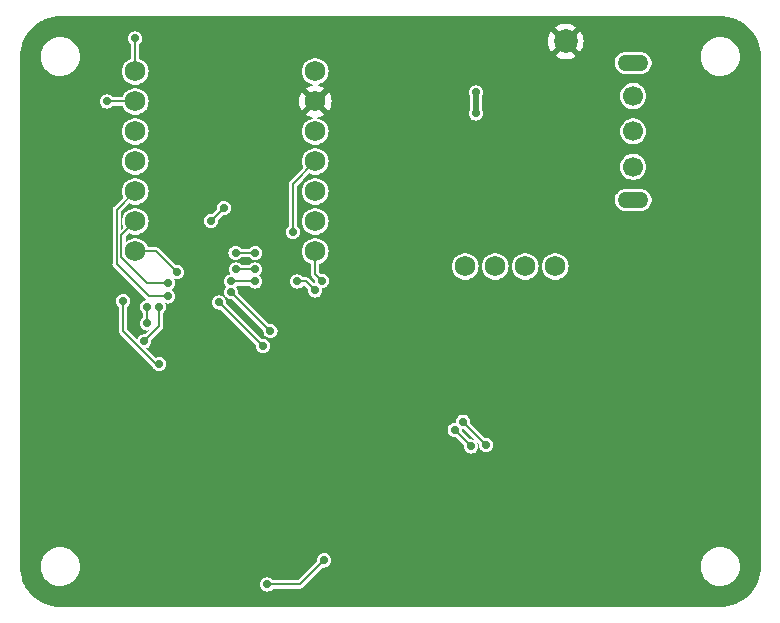
<source format=gbr>
%TF.GenerationSoftware,KiCad,Pcbnew,7.0.8*%
%TF.CreationDate,2023-11-01T10:58:09-04:00*%
%TF.ProjectId,destinationWeatherStation_r4-5,64657374-696e-4617-9469-6f6e57656174,4.5*%
%TF.SameCoordinates,Original*%
%TF.FileFunction,Copper,L2,Bot*%
%TF.FilePolarity,Positive*%
%FSLAX46Y46*%
G04 Gerber Fmt 4.6, Leading zero omitted, Abs format (unit mm)*
G04 Created by KiCad (PCBNEW 7.0.8) date 2023-11-01 10:58:09*
%MOMM*%
%LPD*%
G01*
G04 APERTURE LIST*
%TA.AperFunction,ComponentPad*%
%ADD10O,2.600000X1.350000*%
%TD*%
%TA.AperFunction,ComponentPad*%
%ADD11C,1.700000*%
%TD*%
%TA.AperFunction,ComponentPad*%
%ADD12C,2.000000*%
%TD*%
%TA.AperFunction,ComponentPad*%
%ADD13C,1.750000*%
%TD*%
%TA.AperFunction,ViaPad*%
%ADD14C,0.700000*%
%TD*%
%TA.AperFunction,ViaPad*%
%ADD15C,1.000000*%
%TD*%
%TA.AperFunction,Conductor*%
%ADD16C,0.200000*%
%TD*%
%TA.AperFunction,Conductor*%
%ADD17C,0.500000*%
%TD*%
G04 APERTURE END LIST*
D10*
%TO.P,SW1,*%
%TO.N,*%
X165354000Y-87080000D03*
X165354000Y-75480000D03*
D11*
%TO.P,SW1,1,A*%
%TO.N,Net-(SW1-A)*%
X165354000Y-84280000D03*
%TO.P,SW1,2,B*%
%TO.N,Net-(J1-Pin_1)*%
X165354000Y-81280000D03*
%TO.P,SW1,3,C*%
%TO.N,unconnected-(SW1-C-Pad3)*%
X165354000Y-78280000D03*
%TD*%
D12*
%TO.P,TP3,1,1*%
%TO.N,GND*%
X159639000Y-73660000D03*
%TD*%
D13*
%TO.P,U1,1,D0*%
%TO.N,/SW2*%
X123190000Y-76200000D03*
%TO.P,U1,2,D1*%
%TO.N,/SW3*%
X123190000Y-78740000D03*
%TO.P,U1,3,D2*%
%TO.N,/CD*%
X123190000Y-81280000D03*
%TO.P,U1,4,D3*%
%TO.N,/CS_SD*%
X123190000Y-83820000D03*
%TO.P,U1,5,SDA*%
%TO.N,/SDA*%
X123190000Y-86360000D03*
%TO.P,U1,6,SCL*%
%TO.N,/SCL*%
X123190000Y-88900000D03*
%TO.P,U1,7,D6*%
%TO.N,/SW4*%
X123190000Y-91440000D03*
%TO.P,U1,8,D7*%
%TO.N,/SW5*%
X138430000Y-91440000D03*
%TO.P,U1,9,SCK*%
%TO.N,/SCK*%
X138430000Y-88900000D03*
%TO.P,U1,10,MISO*%
%TO.N,/MISO*%
X138430000Y-86360000D03*
%TO.P,U1,11,MOSI*%
%TO.N,/MOSI*%
X138430000Y-83820000D03*
%TO.P,U1,12,3V3*%
%TO.N,+3V3*%
X138430000Y-81280000D03*
%TO.P,U1,13,GND*%
%TO.N,GND*%
X138430000Y-78740000D03*
%TO.P,U1,14,VIN*%
%TO.N,VCC*%
X138430000Y-76200000D03*
%TD*%
%TO.P,U3,1,GND*%
%TO.N,/OLED1*%
X151130000Y-92710000D03*
%TO.P,U3,2,VCC*%
%TO.N,/OLED2*%
X153670000Y-92710000D03*
%TO.P,U3,3,SCL*%
%TO.N,/SCL*%
X156210000Y-92710000D03*
%TO.P,U3,4,SDA*%
%TO.N,/SDA*%
X158750000Y-92710000D03*
%TD*%
D14*
%TO.N,+3V3*%
X139185734Y-117595734D03*
X134366000Y-119634000D03*
D15*
%TO.N,GND*%
X153650000Y-89400000D03*
D14*
X117602000Y-95504000D03*
X160147000Y-76581000D03*
D15*
X150800000Y-86400000D03*
D14*
X117914000Y-103034000D03*
X116332000Y-114681000D03*
X159258000Y-79375000D03*
X115951000Y-95504000D03*
D15*
X131900000Y-118800000D03*
D14*
X160147000Y-81280000D03*
X160147000Y-79375000D03*
X160147000Y-75565000D03*
X160147000Y-77470000D03*
X160147000Y-80391000D03*
D15*
X129500000Y-116800000D03*
D14*
X159258000Y-75565000D03*
X117221000Y-101473000D03*
D15*
X134400000Y-114900000D03*
X118008400Y-86131400D03*
D14*
X159258000Y-77470000D03*
X159258000Y-81280000D03*
%TO.N,VCC*%
X152019000Y-77978000D03*
X152019000Y-79756000D03*
%TO.N,/SDA*%
X130302000Y-95758000D03*
X125984000Y-95250000D03*
X133999500Y-99441000D03*
%TO.N,/SCL*%
X134634767Y-98185767D03*
X125984000Y-94107000D03*
X131318000Y-94879503D03*
%TO.N,/MISO*%
X124206000Y-97536000D03*
X124206000Y-96131500D03*
X129603500Y-88836500D03*
X130683000Y-87757000D03*
%TO.N,/SCK*%
X133350000Y-91567000D03*
X125222000Y-96131500D03*
X131684500Y-91567000D03*
X123952000Y-99060000D03*
%TO.N,/MOSI*%
X133350000Y-92964000D03*
X131699000Y-92964000D03*
X136525000Y-89789000D03*
%TO.N,/CS_SD*%
X122174000Y-95631000D03*
X125222000Y-100965000D03*
%TO.N,/SW2*%
X123190000Y-73400500D03*
%TO.N,/SW3*%
X120777000Y-78740000D03*
%TO.N,/SW4*%
X150234734Y-106546734D03*
X151638000Y-107950000D03*
X136906000Y-93980000D03*
X131318000Y-93980000D03*
X133350000Y-93980000D03*
X126726109Y-93198109D03*
X138430000Y-94742000D03*
%TO.N,/SW5*%
X139001500Y-93916500D03*
X152908000Y-107823000D03*
X150933234Y-105848234D03*
%TD*%
D16*
%TO.N,/SDA*%
X121615000Y-92532000D02*
X124333000Y-95250000D01*
X121615000Y-87935000D02*
X121615000Y-92532000D01*
X123190000Y-86360000D02*
X121615000Y-87935000D01*
X124333000Y-95250000D02*
X125984000Y-95250000D01*
%TO.N,+3V3*%
X137147468Y-119634000D02*
X134366000Y-119634000D01*
X139185734Y-117595734D02*
X137147468Y-119634000D01*
D17*
%TO.N,VCC*%
X152019000Y-79756000D02*
X152019000Y-77978000D01*
D16*
%TO.N,/SDA*%
X133985000Y-99441000D02*
X133999500Y-99441000D01*
X130302000Y-95758000D02*
X133985000Y-99441000D01*
%TO.N,/SCL*%
X122015000Y-90075000D02*
X122015000Y-91925007D01*
X131318000Y-94879503D02*
X134624264Y-98185767D01*
X123190000Y-88900000D02*
X122015000Y-90075000D01*
X124196993Y-94107000D02*
X125984000Y-94107000D01*
X134624264Y-98185767D02*
X134634767Y-98185767D01*
X122015000Y-91925007D02*
X124196993Y-94107000D01*
%TO.N,/MISO*%
X129603500Y-88836500D02*
X130683000Y-87757000D01*
X124206000Y-97536000D02*
X124206000Y-96131500D01*
%TO.N,/SCK*%
X123952000Y-99060000D02*
X125222000Y-97790000D01*
X131684500Y-91567000D02*
X133350000Y-91567000D01*
X125222000Y-97790000D02*
X125222000Y-96131500D01*
%TO.N,/MOSI*%
X136525000Y-85725000D02*
X138430000Y-83820000D01*
X131699000Y-92964000D02*
X133350000Y-92964000D01*
X136525000Y-89789000D02*
X136525000Y-85725000D01*
%TO.N,/CS_SD*%
X122174000Y-98201239D02*
X122174000Y-95631000D01*
X124937761Y-100965000D02*
X122174000Y-98201239D01*
X125222000Y-100965000D02*
X124937761Y-100965000D01*
%TO.N,/SW2*%
X123190000Y-73400500D02*
X123190000Y-76200000D01*
%TO.N,/SW3*%
X120777000Y-78740000D02*
X123190000Y-78740000D01*
%TO.N,/SW4*%
X151638000Y-107950000D02*
X150234734Y-106546734D01*
X137668000Y-93980000D02*
X136906000Y-93980000D01*
X124968000Y-91440000D02*
X126726109Y-93198109D01*
X133350000Y-93980000D02*
X131318000Y-93980000D01*
X138430000Y-94742000D02*
X137668000Y-93980000D01*
X123190000Y-91440000D02*
X124968000Y-91440000D01*
%TO.N,/SW5*%
X138430000Y-93345000D02*
X138430000Y-91440000D01*
X152908000Y-107823000D02*
X150933234Y-105848234D01*
X139001500Y-93916500D02*
X138430000Y-93345000D01*
%TD*%
%TA.AperFunction,Conductor*%
%TO.N,GND*%
G36*
X172720140Y-71501506D02*
G01*
X173055779Y-71517995D01*
X173056315Y-71518048D01*
X173251658Y-71547024D01*
X173388595Y-71567338D01*
X173389140Y-71567446D01*
X173714977Y-71649063D01*
X173715500Y-71649222D01*
X174031771Y-71762386D01*
X174032274Y-71762594D01*
X174184107Y-71834406D01*
X174335929Y-71906213D01*
X174336427Y-71906479D01*
X174430721Y-71962996D01*
X174624535Y-72079163D01*
X174624997Y-72079472D01*
X174894791Y-72279567D01*
X174895225Y-72279922D01*
X174999210Y-72374168D01*
X175144106Y-72505494D01*
X175144505Y-72505893D01*
X175370074Y-72754771D01*
X175370432Y-72755208D01*
X175570527Y-73025002D01*
X175570841Y-73025472D01*
X175743520Y-73313572D01*
X175743786Y-73314070D01*
X175887400Y-73617714D01*
X175887616Y-73618236D01*
X176000776Y-73934498D01*
X176000939Y-73935035D01*
X176006259Y-73956274D01*
X176082551Y-74260851D01*
X176082661Y-74261404D01*
X176131950Y-74593674D01*
X176132005Y-74594236D01*
X176148493Y-74929856D01*
X176148500Y-74930138D01*
X176148500Y-118109861D01*
X176148493Y-118110143D01*
X176132005Y-118445763D01*
X176131950Y-118446325D01*
X176082661Y-118778595D01*
X176082551Y-118779148D01*
X176000940Y-119104961D01*
X176000776Y-119105501D01*
X175887616Y-119421763D01*
X175887400Y-119422285D01*
X175743786Y-119725929D01*
X175743520Y-119726427D01*
X175570841Y-120014527D01*
X175570527Y-120014997D01*
X175370432Y-120284791D01*
X175370074Y-120285228D01*
X175144505Y-120534106D01*
X175144106Y-120534505D01*
X174895228Y-120760074D01*
X174894791Y-120760432D01*
X174624997Y-120960527D01*
X174624527Y-120960841D01*
X174336427Y-121133520D01*
X174335929Y-121133786D01*
X174032285Y-121277400D01*
X174031763Y-121277616D01*
X173715501Y-121390776D01*
X173714961Y-121390940D01*
X173389148Y-121472551D01*
X173388595Y-121472661D01*
X173056325Y-121521950D01*
X173055763Y-121522005D01*
X172811789Y-121533990D01*
X172720140Y-121538493D01*
X172719862Y-121538500D01*
X116840138Y-121538500D01*
X116839859Y-121538493D01*
X116727982Y-121532997D01*
X116504236Y-121522005D01*
X116503674Y-121521950D01*
X116171404Y-121472661D01*
X116170851Y-121472551D01*
X115845038Y-121390940D01*
X115844498Y-121390776D01*
X115528236Y-121277616D01*
X115527714Y-121277400D01*
X115224070Y-121133786D01*
X115223572Y-121133520D01*
X114935472Y-120960841D01*
X114935002Y-120960527D01*
X114665208Y-120760432D01*
X114664771Y-120760074D01*
X114415893Y-120534505D01*
X114415494Y-120534106D01*
X114189925Y-120285228D01*
X114189567Y-120284791D01*
X113989472Y-120014997D01*
X113989163Y-120014535D01*
X113863479Y-119804843D01*
X113816479Y-119726427D01*
X113816213Y-119725929D01*
X113698590Y-119477238D01*
X113672594Y-119422274D01*
X113672383Y-119421763D01*
X113639964Y-119331159D01*
X113559222Y-119105500D01*
X113559063Y-119104977D01*
X113477446Y-118779140D01*
X113477338Y-118778595D01*
X113428049Y-118446325D01*
X113427995Y-118445779D01*
X113411506Y-118110141D01*
X113411503Y-118110000D01*
X115183393Y-118110000D01*
X115203789Y-118369155D01*
X115264471Y-118621915D01*
X115264472Y-118621918D01*
X115264473Y-118621920D01*
X115363952Y-118862084D01*
X115499777Y-119083729D01*
X115668602Y-119281398D01*
X115866271Y-119450223D01*
X116087916Y-119586048D01*
X116328080Y-119685527D01*
X116328083Y-119685527D01*
X116328084Y-119685528D01*
X116580845Y-119746210D01*
X116580847Y-119746210D01*
X116580850Y-119746211D01*
X116775111Y-119761500D01*
X116775115Y-119761500D01*
X116904885Y-119761500D01*
X116904889Y-119761500D01*
X117099150Y-119746211D01*
X117099153Y-119746210D01*
X117099155Y-119746210D01*
X117225535Y-119715869D01*
X117351920Y-119685527D01*
X117476317Y-119634000D01*
X133760318Y-119634000D01*
X133780956Y-119790762D01*
X133841464Y-119936841D01*
X133937718Y-120062282D01*
X134063159Y-120158536D01*
X134209238Y-120219044D01*
X134366000Y-120239682D01*
X134522762Y-120219044D01*
X134668841Y-120158536D01*
X134794282Y-120062282D01*
X134850514Y-119988999D01*
X134858137Y-119984598D01*
X134859638Y-119984500D01*
X137109925Y-119984500D01*
X137112285Y-119984745D01*
X137132783Y-119989043D01*
X137167262Y-119984745D01*
X137168875Y-119984544D01*
X137169587Y-119984500D01*
X137176506Y-119984500D01*
X137176508Y-119984500D01*
X137198008Y-119980912D01*
X137248861Y-119974573D01*
X137254024Y-119972048D01*
X137257178Y-119971037D01*
X137262849Y-119970092D01*
X137307912Y-119945704D01*
X137353952Y-119923198D01*
X137358015Y-119919133D01*
X137360672Y-119917152D01*
X137365726Y-119914418D01*
X137400425Y-119876724D01*
X139084520Y-118192628D01*
X139092651Y-118189261D01*
X139094149Y-118189358D01*
X139185734Y-118201416D01*
X139342496Y-118180778D01*
X139488575Y-118120270D01*
X139501959Y-118110000D01*
X171063393Y-118110000D01*
X171083789Y-118369155D01*
X171144471Y-118621915D01*
X171144472Y-118621918D01*
X171144473Y-118621920D01*
X171243952Y-118862084D01*
X171379777Y-119083729D01*
X171548602Y-119281398D01*
X171746271Y-119450223D01*
X171967916Y-119586048D01*
X172208080Y-119685527D01*
X172208083Y-119685527D01*
X172208084Y-119685528D01*
X172460845Y-119746210D01*
X172460847Y-119746210D01*
X172460850Y-119746211D01*
X172655111Y-119761500D01*
X172655115Y-119761500D01*
X172784885Y-119761500D01*
X172784889Y-119761500D01*
X172979150Y-119746211D01*
X172979153Y-119746210D01*
X172979155Y-119746210D01*
X173105535Y-119715869D01*
X173231920Y-119685527D01*
X173472084Y-119586048D01*
X173693729Y-119450223D01*
X173891398Y-119281398D01*
X174060223Y-119083729D01*
X174196048Y-118862084D01*
X174295527Y-118621920D01*
X174356211Y-118369150D01*
X174376607Y-118110000D01*
X174356211Y-117850850D01*
X174332598Y-117752495D01*
X174295528Y-117598084D01*
X174295527Y-117598081D01*
X174196048Y-117357917D01*
X174196048Y-117357916D01*
X174060223Y-117136271D01*
X173891398Y-116938602D01*
X173693729Y-116769777D01*
X173472084Y-116633952D01*
X173231920Y-116534473D01*
X173231918Y-116534472D01*
X173231915Y-116534471D01*
X172979154Y-116473789D01*
X172979156Y-116473789D01*
X172862593Y-116464615D01*
X172784889Y-116458500D01*
X172655111Y-116458500D01*
X172577406Y-116464615D01*
X172460844Y-116473789D01*
X172208084Y-116534471D01*
X172208081Y-116534472D01*
X171967917Y-116633951D01*
X171746274Y-116769775D01*
X171746271Y-116769777D01*
X171548602Y-116938602D01*
X171379777Y-117136271D01*
X171379775Y-117136273D01*
X171379775Y-117136274D01*
X171243951Y-117357917D01*
X171144472Y-117598081D01*
X171144471Y-117598084D01*
X171083789Y-117850844D01*
X171063393Y-118110000D01*
X139501959Y-118110000D01*
X139614016Y-118024016D01*
X139710270Y-117898575D01*
X139770778Y-117752496D01*
X139791416Y-117595734D01*
X139770778Y-117438972D01*
X139710270Y-117292893D01*
X139614016Y-117167452D01*
X139488575Y-117071198D01*
X139342496Y-117010690D01*
X139185734Y-116990052D01*
X139028972Y-117010690D01*
X138882893Y-117071198D01*
X138757452Y-117167452D01*
X138661198Y-117292893D01*
X138600690Y-117438972D01*
X138580052Y-117595734D01*
X138592107Y-117687314D01*
X138589828Y-117695816D01*
X138588837Y-117696947D01*
X137005654Y-119280132D01*
X136997522Y-119283500D01*
X134859638Y-119283500D01*
X134851506Y-119280132D01*
X134850514Y-119279001D01*
X134841498Y-119267251D01*
X134794282Y-119205718D01*
X134668841Y-119109464D01*
X134522762Y-119048956D01*
X134366000Y-119028318D01*
X134209238Y-119048956D01*
X134063159Y-119109464D01*
X133937718Y-119205718D01*
X133841464Y-119331159D01*
X133780956Y-119477238D01*
X133760318Y-119634000D01*
X117476317Y-119634000D01*
X117592084Y-119586048D01*
X117813729Y-119450223D01*
X118011398Y-119281398D01*
X118180223Y-119083729D01*
X118316048Y-118862084D01*
X118415527Y-118621920D01*
X118476211Y-118369150D01*
X118496607Y-118110000D01*
X118476211Y-117850850D01*
X118452598Y-117752495D01*
X118415528Y-117598084D01*
X118415527Y-117598081D01*
X118316048Y-117357917D01*
X118316048Y-117357916D01*
X118180223Y-117136271D01*
X118011398Y-116938602D01*
X117813729Y-116769777D01*
X117592084Y-116633952D01*
X117351920Y-116534473D01*
X117351918Y-116534472D01*
X117351915Y-116534471D01*
X117099154Y-116473789D01*
X117099156Y-116473789D01*
X116982593Y-116464615D01*
X116904889Y-116458500D01*
X116775111Y-116458500D01*
X116697406Y-116464615D01*
X116580844Y-116473789D01*
X116328084Y-116534471D01*
X116328081Y-116534472D01*
X116087917Y-116633951D01*
X115866274Y-116769775D01*
X115866271Y-116769777D01*
X115668602Y-116938602D01*
X115499777Y-117136271D01*
X115499775Y-117136273D01*
X115499775Y-117136274D01*
X115363951Y-117357917D01*
X115264472Y-117598081D01*
X115264471Y-117598084D01*
X115203789Y-117850844D01*
X115183393Y-118110000D01*
X113411503Y-118110000D01*
X113411500Y-118109861D01*
X113411500Y-106546734D01*
X149629052Y-106546734D01*
X149649690Y-106703496D01*
X149710198Y-106849575D01*
X149806452Y-106975016D01*
X149931893Y-107071270D01*
X150077972Y-107131778D01*
X150234734Y-107152416D01*
X150326314Y-107140359D01*
X150334816Y-107142637D01*
X150335947Y-107143629D01*
X151041104Y-107848785D01*
X151044472Y-107856917D01*
X151044374Y-107858418D01*
X151032318Y-107949999D01*
X151032318Y-107950000D01*
X151052956Y-108106762D01*
X151113464Y-108252841D01*
X151209718Y-108378282D01*
X151335159Y-108474536D01*
X151481238Y-108535044D01*
X151638000Y-108555682D01*
X151794762Y-108535044D01*
X151940841Y-108474536D01*
X152066282Y-108378282D01*
X152162536Y-108252841D01*
X152223044Y-108106762D01*
X152243682Y-107950000D01*
X152223044Y-107793238D01*
X152162536Y-107647159D01*
X152066282Y-107521718D01*
X151940841Y-107425464D01*
X151794762Y-107364956D01*
X151638000Y-107344318D01*
X151637999Y-107344318D01*
X151546418Y-107356373D01*
X151537916Y-107354094D01*
X151536785Y-107353103D01*
X150831629Y-106647947D01*
X150828261Y-106639815D01*
X150828359Y-106638314D01*
X150840416Y-106546734D01*
X150828299Y-106454701D01*
X150830577Y-106446200D01*
X150838200Y-106441799D01*
X150841200Y-106441799D01*
X150933234Y-106453916D01*
X151024814Y-106441859D01*
X151033316Y-106444137D01*
X151034447Y-106445129D01*
X152311104Y-107721785D01*
X152314472Y-107729917D01*
X152314374Y-107731418D01*
X152306236Y-107793238D01*
X152302318Y-107823000D01*
X152322956Y-107979762D01*
X152383464Y-108125841D01*
X152479718Y-108251282D01*
X152605159Y-108347536D01*
X152751238Y-108408044D01*
X152908000Y-108428682D01*
X153064762Y-108408044D01*
X153210841Y-108347536D01*
X153336282Y-108251282D01*
X153432536Y-108125841D01*
X153493044Y-107979762D01*
X153513682Y-107823000D01*
X153493044Y-107666238D01*
X153432536Y-107520159D01*
X153336282Y-107394718D01*
X153210841Y-107298464D01*
X153064762Y-107237956D01*
X152908000Y-107217318D01*
X152907999Y-107217318D01*
X152816418Y-107229373D01*
X152807916Y-107227094D01*
X152806785Y-107226103D01*
X151530129Y-105949447D01*
X151526761Y-105941315D01*
X151526859Y-105939814D01*
X151538916Y-105848234D01*
X151518278Y-105691472D01*
X151457770Y-105545393D01*
X151361516Y-105419952D01*
X151236075Y-105323698D01*
X151089996Y-105263190D01*
X150933234Y-105242552D01*
X150776472Y-105263190D01*
X150630393Y-105323698D01*
X150504952Y-105419952D01*
X150408698Y-105545393D01*
X150348190Y-105691472D01*
X150327552Y-105848234D01*
X150339667Y-105940264D01*
X150337388Y-105948766D01*
X150329766Y-105953167D01*
X150326764Y-105953167D01*
X150234734Y-105941052D01*
X150077972Y-105961690D01*
X149931893Y-106022198D01*
X149806452Y-106118452D01*
X149710198Y-106243893D01*
X149649690Y-106389972D01*
X149629052Y-106546734D01*
X113411500Y-106546734D01*
X113411500Y-92517314D01*
X121259956Y-92517314D01*
X121264456Y-92553406D01*
X121264500Y-92554118D01*
X121264500Y-92561038D01*
X121268087Y-92582540D01*
X121274426Y-92633391D01*
X121276951Y-92638557D01*
X121277961Y-92641711D01*
X121278696Y-92646113D01*
X121278908Y-92647381D01*
X121303295Y-92692444D01*
X121325802Y-92738484D01*
X121325803Y-92738485D01*
X121329865Y-92742547D01*
X121331846Y-92745204D01*
X121334580Y-92750255D01*
X121334582Y-92750258D01*
X121355840Y-92769827D01*
X121372275Y-92784957D01*
X124058614Y-95471296D01*
X124060109Y-95473138D01*
X124071560Y-95490666D01*
X124071565Y-95490671D01*
X124078466Y-95496041D01*
X124100269Y-95513011D01*
X124100790Y-95513472D01*
X124105693Y-95518375D01*
X124106367Y-95518856D01*
X124111027Y-95526323D01*
X124109043Y-95534898D01*
X124101576Y-95539558D01*
X124101182Y-95539617D01*
X124049238Y-95546456D01*
X123903159Y-95606964D01*
X123777718Y-95703218D01*
X123681464Y-95828659D01*
X123620956Y-95974738D01*
X123600318Y-96131500D01*
X123620956Y-96288262D01*
X123681464Y-96434341D01*
X123777718Y-96559782D01*
X123851001Y-96616014D01*
X123855402Y-96623636D01*
X123855500Y-96625137D01*
X123855500Y-97042361D01*
X123852132Y-97050493D01*
X123851001Y-97051484D01*
X123777721Y-97107714D01*
X123777718Y-97107717D01*
X123681464Y-97233159D01*
X123620956Y-97379238D01*
X123600318Y-97536000D01*
X123620956Y-97692762D01*
X123681464Y-97838841D01*
X123777718Y-97964282D01*
X123903159Y-98060536D01*
X124049238Y-98121044D01*
X124206000Y-98141682D01*
X124362762Y-98121044D01*
X124364845Y-98120180D01*
X124373646Y-98120180D01*
X124379871Y-98126403D01*
X124379872Y-98135204D01*
X124377379Y-98138937D01*
X124053213Y-98463103D01*
X124045081Y-98466471D01*
X124043580Y-98466373D01*
X123952000Y-98454318D01*
X123795238Y-98474956D01*
X123649159Y-98535464D01*
X123523718Y-98631718D01*
X123427464Y-98757159D01*
X123374925Y-98883994D01*
X123368701Y-98890218D01*
X123359899Y-98890218D01*
X123356168Y-98887725D01*
X122527868Y-98059425D01*
X122524500Y-98051293D01*
X122524500Y-96124637D01*
X122527868Y-96116505D01*
X122528991Y-96115519D01*
X122602282Y-96059282D01*
X122698536Y-95933841D01*
X122759044Y-95787762D01*
X122779682Y-95631000D01*
X122759044Y-95474238D01*
X122698536Y-95328159D01*
X122602282Y-95202718D01*
X122476841Y-95106464D01*
X122330762Y-95045956D01*
X122174000Y-95025318D01*
X122017238Y-95045956D01*
X121871159Y-95106464D01*
X121745718Y-95202718D01*
X121649464Y-95328159D01*
X121588956Y-95474238D01*
X121568318Y-95631000D01*
X121588956Y-95787762D01*
X121649464Y-95933841D01*
X121745718Y-96059282D01*
X121819001Y-96115514D01*
X121823402Y-96123136D01*
X121823500Y-96124637D01*
X121823500Y-98163696D01*
X121823255Y-98166056D01*
X121818956Y-98186553D01*
X121823456Y-98222645D01*
X121823500Y-98223357D01*
X121823500Y-98230277D01*
X121827087Y-98251779D01*
X121833426Y-98302630D01*
X121835951Y-98307796D01*
X121836961Y-98310950D01*
X121837696Y-98315352D01*
X121837908Y-98316620D01*
X121862295Y-98361683D01*
X121884802Y-98407723D01*
X121884803Y-98407724D01*
X121888865Y-98411786D01*
X121890846Y-98414443D01*
X121893580Y-98419494D01*
X121893582Y-98419497D01*
X121931275Y-98454196D01*
X124662289Y-101185210D01*
X124664782Y-101188941D01*
X124697464Y-101267841D01*
X124793718Y-101393282D01*
X124919159Y-101489536D01*
X125065238Y-101550044D01*
X125222000Y-101570682D01*
X125378762Y-101550044D01*
X125524841Y-101489536D01*
X125650282Y-101393282D01*
X125746536Y-101267841D01*
X125807044Y-101121762D01*
X125827682Y-100965000D01*
X125807044Y-100808238D01*
X125746536Y-100662159D01*
X125650282Y-100536718D01*
X125524841Y-100440464D01*
X125378762Y-100379956D01*
X125222000Y-100359318D01*
X125065238Y-100379956D01*
X124919009Y-100440526D01*
X124910207Y-100440526D01*
X124906476Y-100438033D01*
X124124273Y-99655830D01*
X124120905Y-99647698D01*
X124124273Y-99639566D01*
X124128001Y-99637074D01*
X124254841Y-99584536D01*
X124380282Y-99488282D01*
X124476536Y-99362841D01*
X124537044Y-99216762D01*
X124557682Y-99060000D01*
X124545625Y-98968417D01*
X124547903Y-98959916D01*
X124548887Y-98958793D01*
X125443299Y-98064381D01*
X125445129Y-98062895D01*
X125462669Y-98051437D01*
X125485011Y-98022729D01*
X125485465Y-98022215D01*
X125490375Y-98017307D01*
X125503041Y-97999565D01*
X125534517Y-97959126D01*
X125536383Y-97953686D01*
X125537901Y-97950740D01*
X125541236Y-97946070D01*
X125541235Y-97946070D01*
X125541239Y-97946066D01*
X125555856Y-97896966D01*
X125572500Y-97848488D01*
X125572500Y-97842740D01*
X125572978Y-97839458D01*
X125573162Y-97838840D01*
X125574617Y-97833954D01*
X125572500Y-97782769D01*
X125572500Y-96625137D01*
X125575868Y-96617005D01*
X125576991Y-96616019D01*
X125650282Y-96559782D01*
X125746536Y-96434341D01*
X125807044Y-96288262D01*
X125827682Y-96131500D01*
X125807044Y-95974738D01*
X125746536Y-95828659D01*
X125742243Y-95823065D01*
X125739965Y-95814565D01*
X125744366Y-95806942D01*
X125752867Y-95804663D01*
X125755767Y-95805439D01*
X125827238Y-95835044D01*
X125984000Y-95855682D01*
X126140762Y-95835044D01*
X126286841Y-95774536D01*
X126308391Y-95758000D01*
X129696318Y-95758000D01*
X129716956Y-95914762D01*
X129777464Y-96060841D01*
X129873718Y-96186282D01*
X129999159Y-96282536D01*
X130145238Y-96343044D01*
X130302000Y-96363682D01*
X130393580Y-96351625D01*
X130402082Y-96353903D01*
X130403213Y-96354895D01*
X133400917Y-99352599D01*
X133404285Y-99360731D01*
X133404187Y-99362232D01*
X133393818Y-99440999D01*
X133393818Y-99441000D01*
X133414456Y-99597762D01*
X133474964Y-99743841D01*
X133571218Y-99869282D01*
X133696659Y-99965536D01*
X133842738Y-100026044D01*
X133999500Y-100046682D01*
X134156262Y-100026044D01*
X134302341Y-99965536D01*
X134427782Y-99869282D01*
X134524036Y-99743841D01*
X134584544Y-99597762D01*
X134605182Y-99441000D01*
X134584544Y-99284238D01*
X134524036Y-99138159D01*
X134427782Y-99012718D01*
X134302341Y-98916464D01*
X134156262Y-98855956D01*
X133999500Y-98835318D01*
X133999499Y-98835318D01*
X133895105Y-98849060D01*
X133886603Y-98846781D01*
X133885472Y-98845790D01*
X130898895Y-95859213D01*
X130895527Y-95851081D01*
X130895625Y-95849580D01*
X130897539Y-95835043D01*
X130907682Y-95758000D01*
X130887044Y-95601238D01*
X130826536Y-95455159D01*
X130730282Y-95329718D01*
X130604841Y-95233464D01*
X130458762Y-95172956D01*
X130302000Y-95152318D01*
X130145238Y-95172956D01*
X129999159Y-95233464D01*
X129873718Y-95329718D01*
X129777464Y-95455159D01*
X129716956Y-95601238D01*
X129696318Y-95758000D01*
X126308391Y-95758000D01*
X126412282Y-95678282D01*
X126508536Y-95552841D01*
X126569044Y-95406762D01*
X126589682Y-95250000D01*
X126569044Y-95093238D01*
X126508536Y-94947159D01*
X126456622Y-94879503D01*
X130712318Y-94879503D01*
X130732956Y-95036265D01*
X130793464Y-95182344D01*
X130889718Y-95307785D01*
X131015159Y-95404039D01*
X131161238Y-95464547D01*
X131318000Y-95485185D01*
X131409580Y-95473128D01*
X131418082Y-95475406D01*
X131419213Y-95476398D01*
X134036649Y-98093834D01*
X134040017Y-98101966D01*
X134039919Y-98103467D01*
X134031680Y-98166056D01*
X134029085Y-98185767D01*
X134049723Y-98342529D01*
X134110231Y-98488608D01*
X134206485Y-98614049D01*
X134331926Y-98710303D01*
X134478005Y-98770811D01*
X134634767Y-98791449D01*
X134791529Y-98770811D01*
X134937608Y-98710303D01*
X135063049Y-98614049D01*
X135159303Y-98488608D01*
X135219811Y-98342529D01*
X135240449Y-98185767D01*
X135219811Y-98029005D01*
X135159303Y-97882926D01*
X135063049Y-97757485D01*
X134937608Y-97661231D01*
X134791529Y-97600723D01*
X134634767Y-97580085D01*
X134634766Y-97580085D01*
X134533904Y-97593362D01*
X134525402Y-97591083D01*
X134524271Y-97590092D01*
X131914895Y-94980716D01*
X131911527Y-94972584D01*
X131911625Y-94971083D01*
X131923682Y-94879503D01*
X131903044Y-94722741D01*
X131842536Y-94576662D01*
X131746282Y-94451221D01*
X131730191Y-94438874D01*
X131725791Y-94431252D01*
X131728069Y-94422750D01*
X131730193Y-94420627D01*
X131746279Y-94408284D01*
X131746282Y-94408282D01*
X131802514Y-94334999D01*
X131810137Y-94330598D01*
X131811638Y-94330500D01*
X132856362Y-94330500D01*
X132864494Y-94333868D01*
X132865486Y-94334999D01*
X132921718Y-94408282D01*
X133047159Y-94504536D01*
X133193238Y-94565044D01*
X133350000Y-94585682D01*
X133506762Y-94565044D01*
X133652841Y-94504536D01*
X133778282Y-94408282D01*
X133874536Y-94282841D01*
X133935044Y-94136762D01*
X133955682Y-93980000D01*
X136300318Y-93980000D01*
X136320956Y-94136762D01*
X136381464Y-94282841D01*
X136477718Y-94408282D01*
X136603159Y-94504536D01*
X136749238Y-94565044D01*
X136906000Y-94585682D01*
X137062762Y-94565044D01*
X137208841Y-94504536D01*
X137334282Y-94408282D01*
X137390514Y-94334999D01*
X137398137Y-94330598D01*
X137399638Y-94330500D01*
X137518054Y-94330500D01*
X137526186Y-94333868D01*
X137833104Y-94640785D01*
X137836472Y-94648917D01*
X137836374Y-94650418D01*
X137826853Y-94722741D01*
X137824318Y-94742000D01*
X137844956Y-94898762D01*
X137905464Y-95044841D01*
X138001718Y-95170282D01*
X138127159Y-95266536D01*
X138273238Y-95327044D01*
X138430000Y-95347682D01*
X138586762Y-95327044D01*
X138732841Y-95266536D01*
X138858282Y-95170282D01*
X138954536Y-95044841D01*
X139015044Y-94898762D01*
X139035682Y-94742000D01*
X139015044Y-94585238D01*
X138995310Y-94537596D01*
X138995310Y-94528796D01*
X139001534Y-94522572D01*
X139004428Y-94521796D01*
X139158262Y-94501544D01*
X139304341Y-94441036D01*
X139429782Y-94344782D01*
X139526036Y-94219341D01*
X139586544Y-94073262D01*
X139607182Y-93916500D01*
X139586544Y-93759738D01*
X139526036Y-93613659D01*
X139429782Y-93488218D01*
X139304341Y-93391964D01*
X139158262Y-93331456D01*
X139001500Y-93310818D01*
X139001499Y-93310818D01*
X138909918Y-93322873D01*
X138901416Y-93320594D01*
X138900285Y-93319603D01*
X138783868Y-93203186D01*
X138780500Y-93195054D01*
X138780500Y-92710000D01*
X149999678Y-92710000D01*
X150018923Y-92917693D01*
X150076005Y-93118316D01*
X150076009Y-93118326D01*
X150168981Y-93305039D01*
X150168983Y-93305042D01*
X150294674Y-93471484D01*
X150294677Y-93471487D01*
X150294682Y-93471493D01*
X150411715Y-93578182D01*
X150448832Y-93612019D01*
X150617617Y-93716526D01*
X150626172Y-93721823D01*
X150820673Y-93797173D01*
X150820679Y-93797174D01*
X150820685Y-93797176D01*
X150939022Y-93819296D01*
X151025707Y-93835500D01*
X151234293Y-93835500D01*
X151342435Y-93815285D01*
X151439314Y-93797176D01*
X151439317Y-93797174D01*
X151439327Y-93797173D01*
X151633828Y-93721823D01*
X151727056Y-93664098D01*
X151811167Y-93612019D01*
X151811168Y-93612017D01*
X151811171Y-93612016D01*
X151965318Y-93471493D01*
X151973710Y-93460381D01*
X152091016Y-93305042D01*
X152091018Y-93305039D01*
X152091017Y-93305039D01*
X152091019Y-93305038D01*
X152183994Y-93118319D01*
X152241076Y-92917696D01*
X152260322Y-92710000D01*
X152539678Y-92710000D01*
X152558923Y-92917693D01*
X152616005Y-93118316D01*
X152616009Y-93118326D01*
X152708981Y-93305039D01*
X152708983Y-93305042D01*
X152834674Y-93471484D01*
X152834677Y-93471487D01*
X152834682Y-93471493D01*
X152951715Y-93578182D01*
X152988832Y-93612019D01*
X153157617Y-93716526D01*
X153166172Y-93721823D01*
X153360673Y-93797173D01*
X153360679Y-93797174D01*
X153360685Y-93797176D01*
X153479022Y-93819296D01*
X153565707Y-93835500D01*
X153774293Y-93835500D01*
X153882435Y-93815285D01*
X153979314Y-93797176D01*
X153979317Y-93797174D01*
X153979327Y-93797173D01*
X154173828Y-93721823D01*
X154267056Y-93664098D01*
X154351167Y-93612019D01*
X154351168Y-93612017D01*
X154351171Y-93612016D01*
X154505318Y-93471493D01*
X154513710Y-93460381D01*
X154631016Y-93305042D01*
X154631018Y-93305039D01*
X154631017Y-93305039D01*
X154631019Y-93305038D01*
X154723994Y-93118319D01*
X154781076Y-92917696D01*
X154800322Y-92710000D01*
X155079678Y-92710000D01*
X155098923Y-92917693D01*
X155156005Y-93118316D01*
X155156009Y-93118326D01*
X155248981Y-93305039D01*
X155248983Y-93305042D01*
X155374674Y-93471484D01*
X155374677Y-93471487D01*
X155374682Y-93471493D01*
X155491715Y-93578182D01*
X155528832Y-93612019D01*
X155697617Y-93716526D01*
X155706172Y-93721823D01*
X155900673Y-93797173D01*
X155900679Y-93797174D01*
X155900685Y-93797176D01*
X156019022Y-93819296D01*
X156105707Y-93835500D01*
X156314293Y-93835500D01*
X156422435Y-93815285D01*
X156519314Y-93797176D01*
X156519317Y-93797174D01*
X156519327Y-93797173D01*
X156713828Y-93721823D01*
X156807056Y-93664098D01*
X156891167Y-93612019D01*
X156891168Y-93612017D01*
X156891171Y-93612016D01*
X157045318Y-93471493D01*
X157053710Y-93460381D01*
X157171016Y-93305042D01*
X157171018Y-93305039D01*
X157171017Y-93305039D01*
X157171019Y-93305038D01*
X157263994Y-93118319D01*
X157321076Y-92917696D01*
X157340322Y-92710000D01*
X157619678Y-92710000D01*
X157638923Y-92917693D01*
X157696005Y-93118316D01*
X157696009Y-93118326D01*
X157788981Y-93305039D01*
X157788983Y-93305042D01*
X157914674Y-93471484D01*
X157914677Y-93471487D01*
X157914682Y-93471493D01*
X158031715Y-93578182D01*
X158068832Y-93612019D01*
X158237617Y-93716526D01*
X158246172Y-93721823D01*
X158440673Y-93797173D01*
X158440679Y-93797174D01*
X158440685Y-93797176D01*
X158559022Y-93819296D01*
X158645707Y-93835500D01*
X158854293Y-93835500D01*
X158962435Y-93815285D01*
X159059314Y-93797176D01*
X159059317Y-93797174D01*
X159059327Y-93797173D01*
X159253828Y-93721823D01*
X159347056Y-93664098D01*
X159431167Y-93612019D01*
X159431168Y-93612017D01*
X159431171Y-93612016D01*
X159585318Y-93471493D01*
X159593710Y-93460381D01*
X159711016Y-93305042D01*
X159711018Y-93305039D01*
X159711017Y-93305039D01*
X159711019Y-93305038D01*
X159803994Y-93118319D01*
X159861076Y-92917696D01*
X159880322Y-92710000D01*
X159861076Y-92502304D01*
X159803994Y-92301681D01*
X159711019Y-92114962D01*
X159711018Y-92114961D01*
X159711018Y-92114960D01*
X159711016Y-92114957D01*
X159585325Y-91948515D01*
X159585321Y-91948512D01*
X159585318Y-91948507D01*
X159431171Y-91807984D01*
X159431172Y-91807984D01*
X159431167Y-91807980D01*
X159253837Y-91698182D01*
X159253832Y-91698179D01*
X159253828Y-91698177D01*
X159253823Y-91698175D01*
X159253817Y-91698172D01*
X159104773Y-91640432D01*
X159059327Y-91622827D01*
X159059324Y-91622826D01*
X159059314Y-91622823D01*
X158854295Y-91584500D01*
X158854293Y-91584500D01*
X158645707Y-91584500D01*
X158645704Y-91584500D01*
X158440685Y-91622823D01*
X158440670Y-91622828D01*
X158246182Y-91698172D01*
X158246162Y-91698182D01*
X158068832Y-91807980D01*
X157969941Y-91898131D01*
X157914682Y-91948507D01*
X157914680Y-91948509D01*
X157914674Y-91948515D01*
X157788983Y-92114957D01*
X157788981Y-92114960D01*
X157696009Y-92301673D01*
X157696005Y-92301683D01*
X157638923Y-92502306D01*
X157619678Y-92710000D01*
X157340322Y-92710000D01*
X157321076Y-92502304D01*
X157263994Y-92301681D01*
X157171019Y-92114962D01*
X157171018Y-92114961D01*
X157171018Y-92114960D01*
X157171016Y-92114957D01*
X157045325Y-91948515D01*
X157045321Y-91948512D01*
X157045318Y-91948507D01*
X156891171Y-91807984D01*
X156891172Y-91807984D01*
X156891167Y-91807980D01*
X156713837Y-91698182D01*
X156713832Y-91698179D01*
X156713828Y-91698177D01*
X156713823Y-91698175D01*
X156713817Y-91698172D01*
X156564773Y-91640432D01*
X156519327Y-91622827D01*
X156519324Y-91622826D01*
X156519314Y-91622823D01*
X156314295Y-91584500D01*
X156314293Y-91584500D01*
X156105707Y-91584500D01*
X156105704Y-91584500D01*
X155900685Y-91622823D01*
X155900670Y-91622828D01*
X155706182Y-91698172D01*
X155706162Y-91698182D01*
X155528832Y-91807980D01*
X155429941Y-91898131D01*
X155374682Y-91948507D01*
X155374680Y-91948509D01*
X155374674Y-91948515D01*
X155248983Y-92114957D01*
X155248981Y-92114960D01*
X155156009Y-92301673D01*
X155156005Y-92301683D01*
X155098923Y-92502306D01*
X155079678Y-92710000D01*
X154800322Y-92710000D01*
X154781076Y-92502304D01*
X154723994Y-92301681D01*
X154631019Y-92114962D01*
X154631018Y-92114961D01*
X154631018Y-92114960D01*
X154631016Y-92114957D01*
X154505325Y-91948515D01*
X154505321Y-91948512D01*
X154505318Y-91948507D01*
X154351171Y-91807984D01*
X154351172Y-91807984D01*
X154351167Y-91807980D01*
X154173837Y-91698182D01*
X154173832Y-91698179D01*
X154173828Y-91698177D01*
X154173823Y-91698175D01*
X154173817Y-91698172D01*
X154024773Y-91640432D01*
X153979327Y-91622827D01*
X153979324Y-91622826D01*
X153979314Y-91622823D01*
X153774295Y-91584500D01*
X153774293Y-91584500D01*
X153565707Y-91584500D01*
X153565704Y-91584500D01*
X153360685Y-91622823D01*
X153360670Y-91622828D01*
X153166182Y-91698172D01*
X153166162Y-91698182D01*
X152988832Y-91807980D01*
X152889941Y-91898131D01*
X152834682Y-91948507D01*
X152834680Y-91948509D01*
X152834674Y-91948515D01*
X152708983Y-92114957D01*
X152708981Y-92114960D01*
X152616009Y-92301673D01*
X152616005Y-92301683D01*
X152558923Y-92502306D01*
X152539678Y-92710000D01*
X152260322Y-92710000D01*
X152241076Y-92502304D01*
X152183994Y-92301681D01*
X152091019Y-92114962D01*
X152091018Y-92114961D01*
X152091018Y-92114960D01*
X152091016Y-92114957D01*
X151965325Y-91948515D01*
X151965321Y-91948512D01*
X151965318Y-91948507D01*
X151811171Y-91807984D01*
X151811172Y-91807984D01*
X151811167Y-91807980D01*
X151633837Y-91698182D01*
X151633832Y-91698179D01*
X151633828Y-91698177D01*
X151633823Y-91698175D01*
X151633817Y-91698172D01*
X151484773Y-91640432D01*
X151439327Y-91622827D01*
X151439324Y-91622826D01*
X151439314Y-91622823D01*
X151234295Y-91584500D01*
X151234293Y-91584500D01*
X151025707Y-91584500D01*
X151025704Y-91584500D01*
X150820685Y-91622823D01*
X150820670Y-91622828D01*
X150626182Y-91698172D01*
X150626162Y-91698182D01*
X150448832Y-91807980D01*
X150349941Y-91898131D01*
X150294682Y-91948507D01*
X150294680Y-91948509D01*
X150294674Y-91948515D01*
X150168983Y-92114957D01*
X150168981Y-92114960D01*
X150076009Y-92301673D01*
X150076005Y-92301683D01*
X150018923Y-92502306D01*
X149999678Y-92710000D01*
X138780500Y-92710000D01*
X138780500Y-92519099D01*
X138783868Y-92510967D01*
X138787846Y-92508376D01*
X138803520Y-92502304D01*
X138933828Y-92451823D01*
X139038814Y-92386818D01*
X139111167Y-92342019D01*
X139111168Y-92342017D01*
X139111171Y-92342016D01*
X139265318Y-92201493D01*
X139348355Y-92091535D01*
X139391016Y-92035042D01*
X139391018Y-92035039D01*
X139391017Y-92035039D01*
X139391019Y-92035038D01*
X139483994Y-91848319D01*
X139541076Y-91647696D01*
X139560322Y-91440000D01*
X139541076Y-91232304D01*
X139483994Y-91031681D01*
X139391019Y-90844962D01*
X139391018Y-90844961D01*
X139391018Y-90844960D01*
X139391016Y-90844957D01*
X139265325Y-90678515D01*
X139265321Y-90678512D01*
X139265318Y-90678507D01*
X139111171Y-90537984D01*
X139111172Y-90537984D01*
X139111167Y-90537980D01*
X138933837Y-90428182D01*
X138933832Y-90428179D01*
X138933828Y-90428177D01*
X138933823Y-90428175D01*
X138933817Y-90428172D01*
X138784773Y-90370432D01*
X138739327Y-90352827D01*
X138739324Y-90352826D01*
X138739314Y-90352823D01*
X138534295Y-90314500D01*
X138534293Y-90314500D01*
X138325707Y-90314500D01*
X138325704Y-90314500D01*
X138120685Y-90352823D01*
X138120670Y-90352828D01*
X137926182Y-90428172D01*
X137926162Y-90428182D01*
X137748832Y-90537980D01*
X137649941Y-90628131D01*
X137594682Y-90678507D01*
X137594680Y-90678509D01*
X137594674Y-90678515D01*
X137468983Y-90844957D01*
X137468981Y-90844960D01*
X137376009Y-91031673D01*
X137376005Y-91031683D01*
X137318923Y-91232306D01*
X137299678Y-91440000D01*
X137318923Y-91647693D01*
X137364529Y-91807980D01*
X137376006Y-91848319D01*
X137376007Y-91848321D01*
X137376009Y-91848326D01*
X137468981Y-92035039D01*
X137468983Y-92035042D01*
X137594674Y-92201484D01*
X137594677Y-92201487D01*
X137594682Y-92201493D01*
X137704586Y-92301683D01*
X137748832Y-92342019D01*
X137926162Y-92451817D01*
X137926172Y-92451823D01*
X137926180Y-92451826D01*
X137926182Y-92451827D01*
X138072154Y-92508376D01*
X138078520Y-92514454D01*
X138079500Y-92519099D01*
X138079500Y-93307457D01*
X138079255Y-93309817D01*
X138074956Y-93330314D01*
X138079456Y-93366406D01*
X138079500Y-93367118D01*
X138079500Y-93374040D01*
X138080818Y-93381941D01*
X138083087Y-93395540D01*
X138089426Y-93446391D01*
X138091951Y-93451557D01*
X138092961Y-93454711D01*
X138093087Y-93455464D01*
X138093908Y-93460381D01*
X138118295Y-93505444D01*
X138140802Y-93551484D01*
X138140803Y-93551485D01*
X138144865Y-93555547D01*
X138146846Y-93558204D01*
X138149580Y-93563255D01*
X138149582Y-93563258D01*
X138187275Y-93597957D01*
X138404603Y-93815285D01*
X138407971Y-93823417D01*
X138407873Y-93824918D01*
X138395818Y-93916499D01*
X138416456Y-94073261D01*
X138436188Y-94120901D01*
X138436188Y-94129703D01*
X138429964Y-94135927D01*
X138427064Y-94136704D01*
X138338418Y-94148374D01*
X138329916Y-94146096D01*
X138328785Y-94145104D01*
X137942384Y-93758702D01*
X137940893Y-93756866D01*
X137929437Y-93739331D01*
X137929434Y-93739329D01*
X137929434Y-93739328D01*
X137919069Y-93731261D01*
X137900730Y-93716988D01*
X137900208Y-93716526D01*
X137895307Y-93711625D01*
X137895303Y-93711622D01*
X137895302Y-93711621D01*
X137877561Y-93698955D01*
X137837127Y-93667483D01*
X137837124Y-93667481D01*
X137831688Y-93665615D01*
X137828744Y-93664100D01*
X137824066Y-93660760D01*
X137824065Y-93660759D01*
X137774954Y-93646138D01*
X137726488Y-93629500D01*
X137720741Y-93629500D01*
X137717460Y-93629022D01*
X137711952Y-93627382D01*
X137660769Y-93629500D01*
X137399638Y-93629500D01*
X137391506Y-93626132D01*
X137390514Y-93625001D01*
X137354588Y-93578182D01*
X137334282Y-93551718D01*
X137208841Y-93455464D01*
X137062762Y-93394956D01*
X136906000Y-93374318D01*
X136749238Y-93394956D01*
X136603159Y-93455464D01*
X136477718Y-93551718D01*
X136381464Y-93677159D01*
X136320956Y-93823238D01*
X136300318Y-93980000D01*
X133955682Y-93980000D01*
X133935044Y-93823238D01*
X133874536Y-93677159D01*
X133778282Y-93551718D01*
X133686280Y-93481123D01*
X133681880Y-93473501D01*
X133684158Y-93464999D01*
X133686278Y-93462878D01*
X133778282Y-93392282D01*
X133874536Y-93266841D01*
X133935044Y-93120762D01*
X133955682Y-92964000D01*
X133935044Y-92807238D01*
X133874536Y-92661159D01*
X133778282Y-92535718D01*
X133652841Y-92439464D01*
X133506762Y-92378956D01*
X133350000Y-92358318D01*
X133193238Y-92378956D01*
X133047159Y-92439464D01*
X132921718Y-92535718D01*
X132865486Y-92609001D01*
X132857863Y-92613402D01*
X132856362Y-92613500D01*
X132192638Y-92613500D01*
X132184506Y-92610132D01*
X132183514Y-92609001D01*
X132170796Y-92592427D01*
X132127282Y-92535718D01*
X132001841Y-92439464D01*
X131855762Y-92378956D01*
X131699000Y-92358318D01*
X131542238Y-92378956D01*
X131396159Y-92439464D01*
X131270718Y-92535718D01*
X131174464Y-92661159D01*
X131113956Y-92807238D01*
X131093318Y-92964000D01*
X131113956Y-93120762D01*
X131174464Y-93266841D01*
X131223169Y-93330315D01*
X131250410Y-93365816D01*
X131252688Y-93374318D01*
X131248287Y-93381941D01*
X131242787Y-93384219D01*
X131161236Y-93394956D01*
X131037063Y-93446391D01*
X131015159Y-93455464D01*
X130889718Y-93551718D01*
X130793464Y-93677159D01*
X130732956Y-93823238D01*
X130712318Y-93980000D01*
X130732956Y-94136762D01*
X130793464Y-94282841D01*
X130889718Y-94408282D01*
X130905807Y-94420627D01*
X130910208Y-94428250D01*
X130907930Y-94436752D01*
X130905807Y-94438874D01*
X130889721Y-94451217D01*
X130889718Y-94451220D01*
X130802379Y-94565044D01*
X130793464Y-94576662D01*
X130732956Y-94722741D01*
X130712318Y-94879503D01*
X126456622Y-94879503D01*
X126412282Y-94821718D01*
X126286841Y-94725464D01*
X126199109Y-94689124D01*
X126192886Y-94682901D01*
X126192886Y-94674099D01*
X126199109Y-94667875D01*
X126286841Y-94631536D01*
X126412282Y-94535282D01*
X126508536Y-94409841D01*
X126569044Y-94263762D01*
X126589682Y-94107000D01*
X126569044Y-93950238D01*
X126508536Y-93804159D01*
X126482700Y-93770489D01*
X126480423Y-93761988D01*
X126484824Y-93754365D01*
X126493326Y-93752087D01*
X126496221Y-93752862D01*
X126569345Y-93783152D01*
X126569344Y-93783152D01*
X126569347Y-93783153D01*
X126726109Y-93803791D01*
X126882871Y-93783153D01*
X127028950Y-93722645D01*
X127154391Y-93626391D01*
X127250645Y-93500950D01*
X127311153Y-93354871D01*
X127331791Y-93198109D01*
X127311153Y-93041347D01*
X127250645Y-92895268D01*
X127154391Y-92769827D01*
X127028950Y-92673573D01*
X126882871Y-92613065D01*
X126726109Y-92592427D01*
X126726108Y-92592427D01*
X126634527Y-92604483D01*
X126626025Y-92602204D01*
X126624894Y-92601213D01*
X125590682Y-91567000D01*
X131078818Y-91567000D01*
X131099456Y-91723762D01*
X131159964Y-91869841D01*
X131256218Y-91995282D01*
X131381659Y-92091536D01*
X131527738Y-92152044D01*
X131684500Y-92172682D01*
X131841262Y-92152044D01*
X131987341Y-92091536D01*
X132112782Y-91995282D01*
X132169014Y-91921999D01*
X132176637Y-91917598D01*
X132178138Y-91917500D01*
X132856362Y-91917500D01*
X132864494Y-91920868D01*
X132865486Y-91921999D01*
X132921718Y-91995282D01*
X133047159Y-92091536D01*
X133193238Y-92152044D01*
X133350000Y-92172682D01*
X133506762Y-92152044D01*
X133652841Y-92091536D01*
X133778282Y-91995282D01*
X133874536Y-91869841D01*
X133935044Y-91723762D01*
X133955682Y-91567000D01*
X133935044Y-91410238D01*
X133874536Y-91264159D01*
X133778282Y-91138718D01*
X133652841Y-91042464D01*
X133506762Y-90981956D01*
X133350000Y-90961318D01*
X133193238Y-90981956D01*
X133047159Y-91042464D01*
X132921718Y-91138718D01*
X132865486Y-91212001D01*
X132857863Y-91216402D01*
X132856362Y-91216500D01*
X132178138Y-91216500D01*
X132170006Y-91213132D01*
X132169014Y-91212001D01*
X132159291Y-91199330D01*
X132112782Y-91138718D01*
X131987341Y-91042464D01*
X131841262Y-90981956D01*
X131684500Y-90961318D01*
X131527738Y-90981956D01*
X131381659Y-91042464D01*
X131256218Y-91138718D01*
X131159964Y-91264159D01*
X131099456Y-91410238D01*
X131078818Y-91567000D01*
X125590682Y-91567000D01*
X125242384Y-91218702D01*
X125240893Y-91216866D01*
X125229437Y-91199331D01*
X125229434Y-91199329D01*
X125229434Y-91199328D01*
X125219069Y-91191261D01*
X125200730Y-91176988D01*
X125200208Y-91176526D01*
X125195307Y-91171625D01*
X125195303Y-91171622D01*
X125195302Y-91171621D01*
X125177561Y-91158955D01*
X125137127Y-91127483D01*
X125137124Y-91127481D01*
X125131688Y-91125615D01*
X125128744Y-91124100D01*
X125124066Y-91120760D01*
X125124065Y-91120759D01*
X125074954Y-91106138D01*
X125026488Y-91089500D01*
X125020741Y-91089500D01*
X125017460Y-91089022D01*
X125011952Y-91087382D01*
X124960769Y-91089500D01*
X124269129Y-91089500D01*
X124260997Y-91086132D01*
X124258068Y-91081147D01*
X124247062Y-91042464D01*
X124243994Y-91031681D01*
X124151019Y-90844962D01*
X124151018Y-90844961D01*
X124151018Y-90844960D01*
X124151016Y-90844957D01*
X124025325Y-90678515D01*
X124025321Y-90678512D01*
X124025318Y-90678507D01*
X123871171Y-90537984D01*
X123871172Y-90537984D01*
X123871167Y-90537980D01*
X123693837Y-90428182D01*
X123693832Y-90428179D01*
X123693828Y-90428177D01*
X123693823Y-90428175D01*
X123693817Y-90428172D01*
X123544773Y-90370432D01*
X123499327Y-90352827D01*
X123499324Y-90352826D01*
X123499314Y-90352823D01*
X123294295Y-90314500D01*
X123294293Y-90314500D01*
X123085707Y-90314500D01*
X123085704Y-90314500D01*
X122880685Y-90352823D01*
X122880670Y-90352828D01*
X122686182Y-90428172D01*
X122686162Y-90428182D01*
X122508830Y-90537982D01*
X122508828Y-90537983D01*
X122384747Y-90651099D01*
X122376469Y-90654088D01*
X122368501Y-90650347D01*
X122365500Y-90642600D01*
X122365500Y-90224945D01*
X122368867Y-90216814D01*
X122672127Y-89913553D01*
X122680258Y-89910186D01*
X122685628Y-89911719D01*
X122685696Y-89911585D01*
X122686163Y-89911817D01*
X122686172Y-89911823D01*
X122880673Y-89987173D01*
X122880679Y-89987174D01*
X122880685Y-89987176D01*
X123010417Y-90011426D01*
X123085707Y-90025500D01*
X123294293Y-90025500D01*
X123401623Y-90005436D01*
X123499314Y-89987176D01*
X123499317Y-89987174D01*
X123499327Y-89987173D01*
X123693828Y-89911823D01*
X123773558Y-89862455D01*
X123871167Y-89802019D01*
X123871168Y-89802017D01*
X123871171Y-89802016D01*
X123885449Y-89789000D01*
X135919318Y-89789000D01*
X135939956Y-89945762D01*
X136000464Y-90091841D01*
X136096718Y-90217282D01*
X136222159Y-90313536D01*
X136368238Y-90374044D01*
X136525000Y-90394682D01*
X136681762Y-90374044D01*
X136827841Y-90313536D01*
X136953282Y-90217282D01*
X137049536Y-90091841D01*
X137110044Y-89945762D01*
X137130682Y-89789000D01*
X137110044Y-89632238D01*
X137049536Y-89486159D01*
X136953282Y-89360718D01*
X136953281Y-89360717D01*
X136953278Y-89360714D01*
X136879999Y-89304484D01*
X136875598Y-89296862D01*
X136875500Y-89295361D01*
X136875500Y-88900000D01*
X137299678Y-88900000D01*
X137318923Y-89107693D01*
X137318924Y-89107696D01*
X137376006Y-89308319D01*
X137376007Y-89308321D01*
X137376009Y-89308326D01*
X137468981Y-89495039D01*
X137468983Y-89495042D01*
X137594674Y-89661484D01*
X137594677Y-89661487D01*
X137594682Y-89661493D01*
X137728106Y-89783125D01*
X137748832Y-89802019D01*
X137926004Y-89911719D01*
X137926172Y-89911823D01*
X138120673Y-89987173D01*
X138120679Y-89987174D01*
X138120685Y-89987176D01*
X138250417Y-90011426D01*
X138325707Y-90025500D01*
X138534293Y-90025500D01*
X138641623Y-90005436D01*
X138739314Y-89987176D01*
X138739317Y-89987174D01*
X138739327Y-89987173D01*
X138933828Y-89911823D01*
X139013558Y-89862455D01*
X139111167Y-89802019D01*
X139111168Y-89802017D01*
X139111171Y-89802016D01*
X139265318Y-89661493D01*
X139287411Y-89632238D01*
X139391016Y-89495042D01*
X139391018Y-89495039D01*
X139391017Y-89495039D01*
X139391019Y-89495038D01*
X139483994Y-89308319D01*
X139541076Y-89107696D01*
X139560322Y-88900000D01*
X139541076Y-88692304D01*
X139483994Y-88491681D01*
X139391019Y-88304962D01*
X139391018Y-88304961D01*
X139391018Y-88304960D01*
X139391016Y-88304957D01*
X139265325Y-88138515D01*
X139265321Y-88138512D01*
X139265318Y-88138507D01*
X139111171Y-87997984D01*
X139111172Y-87997984D01*
X139111167Y-87997980D01*
X138933837Y-87888182D01*
X138933832Y-87888179D01*
X138933828Y-87888177D01*
X138933823Y-87888175D01*
X138933817Y-87888172D01*
X138778609Y-87828045D01*
X138739327Y-87812827D01*
X138739324Y-87812826D01*
X138739314Y-87812823D01*
X138534295Y-87774500D01*
X138534293Y-87774500D01*
X138325707Y-87774500D01*
X138325704Y-87774500D01*
X138120685Y-87812823D01*
X138120670Y-87812828D01*
X137926182Y-87888172D01*
X137926162Y-87888182D01*
X137748832Y-87997980D01*
X137662357Y-88076813D01*
X137594682Y-88138507D01*
X137594680Y-88138509D01*
X137594674Y-88138515D01*
X137468983Y-88304957D01*
X137468981Y-88304960D01*
X137376009Y-88491673D01*
X137376005Y-88491683D01*
X137318923Y-88692306D01*
X137299678Y-88900000D01*
X136875500Y-88900000D01*
X136875500Y-86360000D01*
X137299678Y-86360000D01*
X137318923Y-86567693D01*
X137318924Y-86567696D01*
X137376006Y-86768319D01*
X137376007Y-86768321D01*
X137376009Y-86768326D01*
X137468981Y-86955039D01*
X137468983Y-86955042D01*
X137594674Y-87121484D01*
X137594677Y-87121487D01*
X137594682Y-87121493D01*
X137716412Y-87232464D01*
X137748832Y-87262019D01*
X137926004Y-87371719D01*
X137926172Y-87371823D01*
X138120673Y-87447173D01*
X138120679Y-87447174D01*
X138120685Y-87447176D01*
X138250417Y-87471426D01*
X138325707Y-87485500D01*
X138534293Y-87485500D01*
X138641623Y-87465436D01*
X138739314Y-87447176D01*
X138739317Y-87447174D01*
X138739327Y-87447173D01*
X138933828Y-87371823D01*
X139013558Y-87322455D01*
X139111167Y-87262019D01*
X139111168Y-87262017D01*
X139111171Y-87262016D01*
X139204129Y-87177274D01*
X163803500Y-87177274D01*
X163835691Y-87328718D01*
X163843950Y-87367574D01*
X163896454Y-87485500D01*
X163923078Y-87545299D01*
X164037431Y-87702692D01*
X164037434Y-87702694D01*
X164037435Y-87702696D01*
X164182009Y-87832871D01*
X164182010Y-87832872D01*
X164322117Y-87913762D01*
X164350492Y-87930144D01*
X164535518Y-87990262D01*
X164680496Y-88005500D01*
X164680504Y-88005500D01*
X166027496Y-88005500D01*
X166027504Y-88005500D01*
X166172482Y-87990262D01*
X166357508Y-87930144D01*
X166482097Y-87858213D01*
X166525989Y-87832872D01*
X166525990Y-87832871D01*
X166525989Y-87832871D01*
X166525992Y-87832870D01*
X166670569Y-87702692D01*
X166784922Y-87545299D01*
X166864051Y-87367571D01*
X166904500Y-87177274D01*
X166904500Y-86982726D01*
X166864051Y-86792429D01*
X166784922Y-86614701D01*
X166670569Y-86457308D01*
X166670565Y-86457304D01*
X166670564Y-86457303D01*
X166525990Y-86327128D01*
X166525989Y-86327127D01*
X166357509Y-86229856D01*
X166264995Y-86199797D01*
X166172482Y-86169738D01*
X166172480Y-86169737D01*
X166172478Y-86169737D01*
X166049758Y-86156839D01*
X166027504Y-86154500D01*
X164680496Y-86154500D01*
X164535521Y-86169737D01*
X164535518Y-86169738D01*
X164350490Y-86229856D01*
X164182010Y-86327127D01*
X164182009Y-86327128D01*
X164037435Y-86457303D01*
X164037432Y-86457307D01*
X164037431Y-86457308D01*
X163957229Y-86567696D01*
X163923076Y-86614704D01*
X163843950Y-86792425D01*
X163843949Y-86792428D01*
X163843949Y-86792429D01*
X163803500Y-86982726D01*
X163803500Y-87177274D01*
X139204129Y-87177274D01*
X139265318Y-87121493D01*
X139391019Y-86955038D01*
X139483994Y-86768319D01*
X139541076Y-86567696D01*
X139560322Y-86360000D01*
X139541076Y-86152304D01*
X139483994Y-85951681D01*
X139391019Y-85764962D01*
X139391018Y-85764961D01*
X139391018Y-85764960D01*
X139391016Y-85764957D01*
X139265325Y-85598515D01*
X139265321Y-85598512D01*
X139265318Y-85598507D01*
X139111171Y-85457984D01*
X139111172Y-85457984D01*
X139111167Y-85457980D01*
X138933837Y-85348182D01*
X138933832Y-85348179D01*
X138933828Y-85348177D01*
X138933823Y-85348175D01*
X138933817Y-85348172D01*
X138784773Y-85290432D01*
X138739327Y-85272827D01*
X138739324Y-85272826D01*
X138739314Y-85272823D01*
X138534295Y-85234500D01*
X138534293Y-85234500D01*
X138325707Y-85234500D01*
X138325704Y-85234500D01*
X138120685Y-85272823D01*
X138120670Y-85272828D01*
X137926182Y-85348172D01*
X137926162Y-85348182D01*
X137748832Y-85457980D01*
X137649941Y-85548131D01*
X137594682Y-85598507D01*
X137594680Y-85598509D01*
X137594674Y-85598515D01*
X137468983Y-85764957D01*
X137468981Y-85764960D01*
X137376009Y-85951673D01*
X137376005Y-85951683D01*
X137318923Y-86152306D01*
X137299678Y-86360000D01*
X136875500Y-86360000D01*
X136875500Y-85874945D01*
X136878868Y-85866813D01*
X137365182Y-85380499D01*
X137912127Y-84833553D01*
X137920258Y-84830186D01*
X137925628Y-84831719D01*
X137925696Y-84831585D01*
X137926163Y-84831817D01*
X137926172Y-84831823D01*
X138120673Y-84907173D01*
X138120679Y-84907174D01*
X138120685Y-84907176D01*
X138250417Y-84931426D01*
X138325707Y-84945500D01*
X138534293Y-84945500D01*
X138641623Y-84925436D01*
X138739314Y-84907176D01*
X138739317Y-84907174D01*
X138739327Y-84907173D01*
X138933828Y-84831823D01*
X139013558Y-84782455D01*
X139111167Y-84722019D01*
X139111168Y-84722017D01*
X139111171Y-84722016D01*
X139265318Y-84581493D01*
X139391019Y-84415038D01*
X139458260Y-84280000D01*
X164248785Y-84280000D01*
X164267602Y-84483080D01*
X164323418Y-84679251D01*
X164414327Y-84861822D01*
X164414329Y-84861825D01*
X164537228Y-85024570D01*
X164537231Y-85024573D01*
X164537236Y-85024579D01*
X164687959Y-85161981D01*
X164861363Y-85269348D01*
X164861371Y-85269351D01*
X164861373Y-85269352D01*
X165051538Y-85343022D01*
X165051539Y-85343022D01*
X165051544Y-85343024D01*
X165252024Y-85380500D01*
X165455976Y-85380500D01*
X165656456Y-85343024D01*
X165846637Y-85269348D01*
X166020041Y-85161981D01*
X166170764Y-85024579D01*
X166293673Y-84861821D01*
X166384582Y-84679250D01*
X166440397Y-84483083D01*
X166459215Y-84280000D01*
X166440397Y-84076917D01*
X166384582Y-83880750D01*
X166293673Y-83698179D01*
X166293672Y-83698178D01*
X166293672Y-83698177D01*
X166293670Y-83698174D01*
X166170771Y-83535429D01*
X166170767Y-83535426D01*
X166170764Y-83535421D01*
X166020041Y-83398019D01*
X166020040Y-83398018D01*
X165933339Y-83344335D01*
X165846637Y-83290652D01*
X165846632Y-83290650D01*
X165846626Y-83290647D01*
X165656461Y-83216977D01*
X165455978Y-83179500D01*
X165455976Y-83179500D01*
X165252024Y-83179500D01*
X165252021Y-83179500D01*
X165051538Y-83216977D01*
X164861373Y-83290647D01*
X164861361Y-83290653D01*
X164687959Y-83398018D01*
X164599659Y-83478514D01*
X164537236Y-83535421D01*
X164537234Y-83535423D01*
X164537228Y-83535429D01*
X164414329Y-83698174D01*
X164414327Y-83698177D01*
X164323418Y-83880748D01*
X164267602Y-84076919D01*
X164248785Y-84280000D01*
X139458260Y-84280000D01*
X139483994Y-84228319D01*
X139541076Y-84027696D01*
X139560322Y-83820000D01*
X139541076Y-83612304D01*
X139483994Y-83411681D01*
X139391019Y-83224962D01*
X139391018Y-83224961D01*
X139391018Y-83224960D01*
X139391016Y-83224957D01*
X139265325Y-83058515D01*
X139265321Y-83058512D01*
X139265318Y-83058507D01*
X139111171Y-82917984D01*
X139111172Y-82917984D01*
X139111167Y-82917980D01*
X138933837Y-82808182D01*
X138933832Y-82808179D01*
X138933828Y-82808177D01*
X138933823Y-82808175D01*
X138933817Y-82808172D01*
X138784773Y-82750432D01*
X138739327Y-82732827D01*
X138739324Y-82732826D01*
X138739314Y-82732823D01*
X138534295Y-82694500D01*
X138534293Y-82694500D01*
X138325707Y-82694500D01*
X138325704Y-82694500D01*
X138120685Y-82732823D01*
X138120670Y-82732828D01*
X137926182Y-82808172D01*
X137926162Y-82808182D01*
X137748832Y-82917980D01*
X137649941Y-83008131D01*
X137594682Y-83058507D01*
X137594680Y-83058509D01*
X137594674Y-83058515D01*
X137468983Y-83224957D01*
X137468981Y-83224960D01*
X137376009Y-83411673D01*
X137376005Y-83411683D01*
X137318923Y-83612306D01*
X137299678Y-83820000D01*
X137318923Y-84027693D01*
X137376006Y-84228320D01*
X137422177Y-84321043D01*
X137422787Y-84329824D01*
X137420015Y-84334301D01*
X136303701Y-85450615D01*
X136301859Y-85452110D01*
X136284334Y-85463560D01*
X136284331Y-85463563D01*
X136261994Y-85492259D01*
X136261523Y-85492792D01*
X136256630Y-85497686D01*
X136256627Y-85497689D01*
X136243955Y-85515438D01*
X136212483Y-85555872D01*
X136212483Y-85555873D01*
X136210615Y-85561311D01*
X136209100Y-85564254D01*
X136205760Y-85568934D01*
X136191138Y-85618045D01*
X136174500Y-85666511D01*
X136174500Y-85672259D01*
X136174022Y-85675540D01*
X136172382Y-85681047D01*
X136174500Y-85732231D01*
X136174500Y-89295361D01*
X136171132Y-89303493D01*
X136170001Y-89304484D01*
X136096721Y-89360714D01*
X136096718Y-89360717D01*
X136000464Y-89486159D01*
X135939956Y-89632238D01*
X135919318Y-89789000D01*
X123885449Y-89789000D01*
X124025318Y-89661493D01*
X124047411Y-89632238D01*
X124151016Y-89495042D01*
X124151018Y-89495039D01*
X124151017Y-89495039D01*
X124151019Y-89495038D01*
X124243994Y-89308319D01*
X124301076Y-89107696D01*
X124320322Y-88900000D01*
X124314438Y-88836500D01*
X128997818Y-88836500D01*
X129018456Y-88993262D01*
X129078964Y-89139341D01*
X129175218Y-89264782D01*
X129300659Y-89361036D01*
X129446738Y-89421544D01*
X129603500Y-89442182D01*
X129760262Y-89421544D01*
X129906341Y-89361036D01*
X130031782Y-89264782D01*
X130128036Y-89139341D01*
X130188544Y-88993262D01*
X130209182Y-88836500D01*
X130197125Y-88744917D01*
X130199403Y-88736416D01*
X130200387Y-88735293D01*
X130581786Y-88353894D01*
X130589917Y-88350527D01*
X130591415Y-88350624D01*
X130683000Y-88362682D01*
X130839762Y-88342044D01*
X130985841Y-88281536D01*
X131111282Y-88185282D01*
X131207536Y-88059841D01*
X131268044Y-87913762D01*
X131288682Y-87757000D01*
X131268044Y-87600238D01*
X131207536Y-87454159D01*
X131111282Y-87328718D01*
X130985841Y-87232464D01*
X130839762Y-87171956D01*
X130683000Y-87151318D01*
X130526238Y-87171956D01*
X130380159Y-87232464D01*
X130254718Y-87328718D01*
X130158464Y-87454159D01*
X130097956Y-87600238D01*
X130077318Y-87757000D01*
X130089373Y-87848580D01*
X130087094Y-87857082D01*
X130086103Y-87858213D01*
X129704713Y-88239603D01*
X129696581Y-88242971D01*
X129695080Y-88242873D01*
X129603500Y-88230818D01*
X129446738Y-88251456D01*
X129300659Y-88311964D01*
X129175218Y-88408218D01*
X129078964Y-88533659D01*
X129018456Y-88679738D01*
X128997818Y-88836500D01*
X124314438Y-88836500D01*
X124301076Y-88692304D01*
X124243994Y-88491681D01*
X124151019Y-88304962D01*
X124151018Y-88304961D01*
X124151018Y-88304960D01*
X124151016Y-88304957D01*
X124025325Y-88138515D01*
X124025321Y-88138512D01*
X124025318Y-88138507D01*
X123871171Y-87997984D01*
X123871172Y-87997984D01*
X123871167Y-87997980D01*
X123693837Y-87888182D01*
X123693832Y-87888179D01*
X123693828Y-87888177D01*
X123693823Y-87888175D01*
X123693817Y-87888172D01*
X123538609Y-87828045D01*
X123499327Y-87812827D01*
X123499324Y-87812826D01*
X123499314Y-87812823D01*
X123294295Y-87774500D01*
X123294293Y-87774500D01*
X123085707Y-87774500D01*
X123085704Y-87774500D01*
X122880685Y-87812823D01*
X122880670Y-87812828D01*
X122686182Y-87888172D01*
X122686162Y-87888182D01*
X122508832Y-87997980D01*
X122422357Y-88076813D01*
X122354682Y-88138507D01*
X122354680Y-88138509D01*
X122354674Y-88138515D01*
X122228983Y-88304957D01*
X122228981Y-88304960D01*
X122136009Y-88491673D01*
X122136005Y-88491683D01*
X122078923Y-88692306D01*
X122059678Y-88900000D01*
X122078923Y-89107693D01*
X122136006Y-89308320D01*
X122182177Y-89401043D01*
X122182787Y-89409824D01*
X122180015Y-89414301D01*
X121985132Y-89609185D01*
X121977000Y-89612553D01*
X121968868Y-89609185D01*
X121965500Y-89601053D01*
X121965500Y-88084945D01*
X121968867Y-88076814D01*
X122672127Y-87373553D01*
X122680258Y-87370186D01*
X122685628Y-87371719D01*
X122685696Y-87371585D01*
X122686163Y-87371817D01*
X122686172Y-87371823D01*
X122880673Y-87447173D01*
X122880679Y-87447174D01*
X122880685Y-87447176D01*
X123010417Y-87471426D01*
X123085707Y-87485500D01*
X123294293Y-87485500D01*
X123401623Y-87465436D01*
X123499314Y-87447176D01*
X123499317Y-87447174D01*
X123499327Y-87447173D01*
X123693828Y-87371823D01*
X123773558Y-87322455D01*
X123871167Y-87262019D01*
X123871168Y-87262017D01*
X123871171Y-87262016D01*
X124025318Y-87121493D01*
X124151019Y-86955038D01*
X124243994Y-86768319D01*
X124301076Y-86567696D01*
X124320322Y-86360000D01*
X124301076Y-86152304D01*
X124243994Y-85951681D01*
X124151019Y-85764962D01*
X124151018Y-85764961D01*
X124151018Y-85764960D01*
X124151016Y-85764957D01*
X124025325Y-85598515D01*
X124025321Y-85598512D01*
X124025318Y-85598507D01*
X123871171Y-85457984D01*
X123871172Y-85457984D01*
X123871167Y-85457980D01*
X123693837Y-85348182D01*
X123693832Y-85348179D01*
X123693828Y-85348177D01*
X123693823Y-85348175D01*
X123693817Y-85348172D01*
X123544773Y-85290432D01*
X123499327Y-85272827D01*
X123499324Y-85272826D01*
X123499314Y-85272823D01*
X123294295Y-85234500D01*
X123294293Y-85234500D01*
X123085707Y-85234500D01*
X123085704Y-85234500D01*
X122880685Y-85272823D01*
X122880670Y-85272828D01*
X122686182Y-85348172D01*
X122686162Y-85348182D01*
X122508832Y-85457980D01*
X122409941Y-85548131D01*
X122354682Y-85598507D01*
X122354680Y-85598509D01*
X122354674Y-85598515D01*
X122228983Y-85764957D01*
X122228981Y-85764960D01*
X122136009Y-85951673D01*
X122136005Y-85951683D01*
X122078923Y-86152306D01*
X122059678Y-86360000D01*
X122078923Y-86567693D01*
X122136006Y-86768320D01*
X122182177Y-86861043D01*
X122182787Y-86869824D01*
X122180015Y-86874301D01*
X121393701Y-87660615D01*
X121391859Y-87662110D01*
X121374334Y-87673560D01*
X121374331Y-87673563D01*
X121351994Y-87702259D01*
X121351523Y-87702792D01*
X121346630Y-87707686D01*
X121346627Y-87707689D01*
X121333955Y-87725438D01*
X121302483Y-87765872D01*
X121302483Y-87765873D01*
X121300615Y-87771311D01*
X121299100Y-87774254D01*
X121295760Y-87778934D01*
X121281138Y-87828045D01*
X121264500Y-87876511D01*
X121264500Y-87882259D01*
X121264022Y-87885540D01*
X121262382Y-87891047D01*
X121264500Y-87942231D01*
X121264500Y-92494457D01*
X121264255Y-92496817D01*
X121259956Y-92517314D01*
X113411500Y-92517314D01*
X113411500Y-83820000D01*
X122059678Y-83820000D01*
X122078923Y-84027693D01*
X122092929Y-84076917D01*
X122136006Y-84228319D01*
X122136007Y-84228321D01*
X122136009Y-84228326D01*
X122228981Y-84415039D01*
X122228983Y-84415042D01*
X122354674Y-84581484D01*
X122354677Y-84581487D01*
X122354682Y-84581493D01*
X122461917Y-84679250D01*
X122508832Y-84722019D01*
X122686004Y-84831719D01*
X122686172Y-84831823D01*
X122880673Y-84907173D01*
X122880679Y-84907174D01*
X122880685Y-84907176D01*
X123010417Y-84931426D01*
X123085707Y-84945500D01*
X123294293Y-84945500D01*
X123401623Y-84925436D01*
X123499314Y-84907176D01*
X123499317Y-84907174D01*
X123499327Y-84907173D01*
X123693828Y-84831823D01*
X123773558Y-84782455D01*
X123871167Y-84722019D01*
X123871168Y-84722017D01*
X123871171Y-84722016D01*
X124025318Y-84581493D01*
X124151019Y-84415038D01*
X124243994Y-84228319D01*
X124301076Y-84027696D01*
X124320322Y-83820000D01*
X124301076Y-83612304D01*
X124243994Y-83411681D01*
X124151019Y-83224962D01*
X124151018Y-83224961D01*
X124151018Y-83224960D01*
X124151016Y-83224957D01*
X124025325Y-83058515D01*
X124025321Y-83058512D01*
X124025318Y-83058507D01*
X123871171Y-82917984D01*
X123871172Y-82917984D01*
X123871167Y-82917980D01*
X123693837Y-82808182D01*
X123693832Y-82808179D01*
X123693828Y-82808177D01*
X123693823Y-82808175D01*
X123693817Y-82808172D01*
X123544773Y-82750432D01*
X123499327Y-82732827D01*
X123499324Y-82732826D01*
X123499314Y-82732823D01*
X123294295Y-82694500D01*
X123294293Y-82694500D01*
X123085707Y-82694500D01*
X123085704Y-82694500D01*
X122880685Y-82732823D01*
X122880670Y-82732828D01*
X122686182Y-82808172D01*
X122686162Y-82808182D01*
X122508832Y-82917980D01*
X122409941Y-83008131D01*
X122354682Y-83058507D01*
X122354680Y-83058509D01*
X122354674Y-83058515D01*
X122228983Y-83224957D01*
X122228981Y-83224960D01*
X122136009Y-83411673D01*
X122136005Y-83411683D01*
X122078923Y-83612306D01*
X122059678Y-83820000D01*
X113411500Y-83820000D01*
X113411500Y-81280000D01*
X122059678Y-81280000D01*
X122078923Y-81487693D01*
X122136005Y-81688316D01*
X122136009Y-81688326D01*
X122228981Y-81875039D01*
X122228983Y-81875042D01*
X122354674Y-82041484D01*
X122354677Y-82041487D01*
X122354682Y-82041493D01*
X122486852Y-82161981D01*
X122508832Y-82182019D01*
X122649880Y-82269352D01*
X122686172Y-82291823D01*
X122880673Y-82367173D01*
X122880679Y-82367174D01*
X122880685Y-82367176D01*
X123010417Y-82391426D01*
X123085707Y-82405500D01*
X123294293Y-82405500D01*
X123401623Y-82385436D01*
X123499314Y-82367176D01*
X123499317Y-82367174D01*
X123499327Y-82367173D01*
X123693828Y-82291823D01*
X123773558Y-82242455D01*
X123871167Y-82182019D01*
X123871168Y-82182017D01*
X123871171Y-82182016D01*
X124025318Y-82041493D01*
X124151019Y-81875038D01*
X124243994Y-81688319D01*
X124301076Y-81487696D01*
X124320322Y-81280000D01*
X137299678Y-81280000D01*
X137318923Y-81487693D01*
X137376005Y-81688316D01*
X137376009Y-81688326D01*
X137468981Y-81875039D01*
X137468983Y-81875042D01*
X137594674Y-82041484D01*
X137594677Y-82041487D01*
X137594682Y-82041493D01*
X137726852Y-82161981D01*
X137748832Y-82182019D01*
X137889880Y-82269352D01*
X137926172Y-82291823D01*
X138120673Y-82367173D01*
X138120679Y-82367174D01*
X138120685Y-82367176D01*
X138250417Y-82391426D01*
X138325707Y-82405500D01*
X138534293Y-82405500D01*
X138641623Y-82385436D01*
X138739314Y-82367176D01*
X138739317Y-82367174D01*
X138739327Y-82367173D01*
X138933828Y-82291823D01*
X139013558Y-82242455D01*
X139111167Y-82182019D01*
X139111168Y-82182017D01*
X139111171Y-82182016D01*
X139265318Y-82041493D01*
X139391019Y-81875038D01*
X139483994Y-81688319D01*
X139541076Y-81487696D01*
X139560322Y-81280000D01*
X164248785Y-81280000D01*
X164267602Y-81483080D01*
X164323418Y-81679251D01*
X164414327Y-81861822D01*
X164414329Y-81861825D01*
X164537228Y-82024570D01*
X164537231Y-82024573D01*
X164537236Y-82024579D01*
X164687959Y-82161981D01*
X164861363Y-82269348D01*
X164861371Y-82269351D01*
X164861373Y-82269352D01*
X165051538Y-82343022D01*
X165051539Y-82343022D01*
X165051544Y-82343024D01*
X165252024Y-82380500D01*
X165455976Y-82380500D01*
X165656456Y-82343024D01*
X165846637Y-82269348D01*
X166020041Y-82161981D01*
X166170764Y-82024579D01*
X166293673Y-81861821D01*
X166384582Y-81679250D01*
X166440397Y-81483083D01*
X166459215Y-81280000D01*
X166440397Y-81076917D01*
X166384582Y-80880750D01*
X166293673Y-80698179D01*
X166293672Y-80698178D01*
X166293672Y-80698177D01*
X166293670Y-80698174D01*
X166170771Y-80535429D01*
X166170767Y-80535426D01*
X166170764Y-80535421D01*
X166020041Y-80398019D01*
X166020040Y-80398018D01*
X165928021Y-80341043D01*
X165846637Y-80290652D01*
X165846632Y-80290650D01*
X165846626Y-80290647D01*
X165656461Y-80216977D01*
X165455978Y-80179500D01*
X165455976Y-80179500D01*
X165252024Y-80179500D01*
X165252021Y-80179500D01*
X165051538Y-80216977D01*
X164861373Y-80290647D01*
X164861361Y-80290653D01*
X164687959Y-80398018D01*
X164599659Y-80478514D01*
X164537236Y-80535421D01*
X164537234Y-80535423D01*
X164537228Y-80535429D01*
X164414329Y-80698174D01*
X164414327Y-80698177D01*
X164323418Y-80880748D01*
X164267602Y-81076919D01*
X164248785Y-81280000D01*
X139560322Y-81280000D01*
X139541076Y-81072304D01*
X139483994Y-80871681D01*
X139391019Y-80684962D01*
X139391018Y-80684961D01*
X139391018Y-80684960D01*
X139391016Y-80684957D01*
X139265325Y-80518515D01*
X139265321Y-80518512D01*
X139265318Y-80518507D01*
X139138800Y-80403171D01*
X139111167Y-80377980D01*
X138933837Y-80268182D01*
X138933832Y-80268179D01*
X138933828Y-80268177D01*
X138933823Y-80268175D01*
X138933817Y-80268172D01*
X138784773Y-80210432D01*
X138739327Y-80192827D01*
X138739324Y-80192826D01*
X138739314Y-80192823D01*
X138534295Y-80154500D01*
X138534293Y-80154500D01*
X138325707Y-80154500D01*
X138325704Y-80154500D01*
X138120685Y-80192823D01*
X138120670Y-80192828D01*
X137926182Y-80268172D01*
X137926162Y-80268182D01*
X137748832Y-80377980D01*
X137649941Y-80468131D01*
X137594682Y-80518507D01*
X137594680Y-80518509D01*
X137594674Y-80518515D01*
X137468983Y-80684957D01*
X137468981Y-80684960D01*
X137376009Y-80871673D01*
X137376005Y-80871683D01*
X137318923Y-81072306D01*
X137299678Y-81280000D01*
X124320322Y-81280000D01*
X124301076Y-81072304D01*
X124243994Y-80871681D01*
X124151019Y-80684962D01*
X124151018Y-80684961D01*
X124151018Y-80684960D01*
X124151016Y-80684957D01*
X124025325Y-80518515D01*
X124025321Y-80518512D01*
X124025318Y-80518507D01*
X123898800Y-80403171D01*
X123871167Y-80377980D01*
X123693837Y-80268182D01*
X123693832Y-80268179D01*
X123693828Y-80268177D01*
X123693823Y-80268175D01*
X123693817Y-80268172D01*
X123544773Y-80210432D01*
X123499327Y-80192827D01*
X123499324Y-80192826D01*
X123499314Y-80192823D01*
X123294295Y-80154500D01*
X123294293Y-80154500D01*
X123085707Y-80154500D01*
X123085704Y-80154500D01*
X122880685Y-80192823D01*
X122880670Y-80192828D01*
X122686182Y-80268172D01*
X122686162Y-80268182D01*
X122508832Y-80377980D01*
X122409941Y-80468131D01*
X122354682Y-80518507D01*
X122354680Y-80518509D01*
X122354674Y-80518515D01*
X122228983Y-80684957D01*
X122228981Y-80684960D01*
X122136009Y-80871673D01*
X122136005Y-80871683D01*
X122078923Y-81072306D01*
X122059678Y-81280000D01*
X113411500Y-81280000D01*
X113411500Y-78740000D01*
X120171318Y-78740000D01*
X120191956Y-78896762D01*
X120252464Y-79042841D01*
X120348718Y-79168282D01*
X120474159Y-79264536D01*
X120620238Y-79325044D01*
X120777000Y-79345682D01*
X120933762Y-79325044D01*
X121079841Y-79264536D01*
X121205282Y-79168282D01*
X121261514Y-79094999D01*
X121269137Y-79090598D01*
X121270638Y-79090500D01*
X122110871Y-79090500D01*
X122119003Y-79093868D01*
X122121931Y-79098851D01*
X122129750Y-79126332D01*
X122136006Y-79148320D01*
X122228981Y-79335039D01*
X122228983Y-79335042D01*
X122354674Y-79501484D01*
X122354677Y-79501487D01*
X122354682Y-79501493D01*
X122461904Y-79599238D01*
X122508832Y-79642019D01*
X122686162Y-79751817D01*
X122686172Y-79751823D01*
X122880673Y-79827173D01*
X122880679Y-79827174D01*
X122880685Y-79827176D01*
X123010417Y-79851426D01*
X123085707Y-79865500D01*
X123294293Y-79865500D01*
X123401623Y-79845436D01*
X123499314Y-79827176D01*
X123499317Y-79827174D01*
X123499327Y-79827173D01*
X123693828Y-79751823D01*
X123773558Y-79702455D01*
X123871167Y-79642019D01*
X123871168Y-79642017D01*
X123871171Y-79642016D01*
X124025318Y-79501493D01*
X124083137Y-79424929D01*
X124151016Y-79335042D01*
X124151018Y-79335039D01*
X124151017Y-79335039D01*
X124151019Y-79335038D01*
X124243994Y-79148319D01*
X124301076Y-78947696D01*
X124320322Y-78740000D01*
X137050288Y-78740000D01*
X137069106Y-78967098D01*
X137125044Y-79187989D01*
X137125046Y-79187994D01*
X137216581Y-79396673D01*
X137216583Y-79396677D01*
X137296873Y-79519570D01*
X137296874Y-79519570D01*
X137925210Y-78891233D01*
X137930662Y-78917465D01*
X137997058Y-79045604D01*
X138095564Y-79151077D01*
X138218873Y-79226063D01*
X138280283Y-79243269D01*
X137649016Y-79874537D01*
X137675370Y-79895050D01*
X137675373Y-79895052D01*
X137875770Y-80003499D01*
X137875778Y-80003503D01*
X138091300Y-80077492D01*
X138091310Y-80077494D01*
X138316066Y-80115000D01*
X138543934Y-80115000D01*
X138768689Y-80077494D01*
X138768699Y-80077492D01*
X138984221Y-80003503D01*
X138984229Y-80003499D01*
X139184625Y-79895052D01*
X139210982Y-79874537D01*
X139092445Y-79756000D01*
X151413318Y-79756000D01*
X151433956Y-79912762D01*
X151494464Y-80058841D01*
X151590718Y-80184282D01*
X151716159Y-80280536D01*
X151862238Y-80341044D01*
X152019000Y-80361682D01*
X152175762Y-80341044D01*
X152321841Y-80280536D01*
X152447282Y-80184282D01*
X152543536Y-80058841D01*
X152604044Y-79912762D01*
X152624682Y-79756000D01*
X152604044Y-79599238D01*
X152543536Y-79453159D01*
X152537386Y-79445144D01*
X152521876Y-79424929D01*
X152519500Y-79417929D01*
X152519500Y-78316069D01*
X152521876Y-78309068D01*
X152543536Y-78280841D01*
X152543884Y-78280000D01*
X164248785Y-78280000D01*
X164267602Y-78483080D01*
X164323418Y-78679251D01*
X164414327Y-78861822D01*
X164414329Y-78861825D01*
X164537228Y-79024570D01*
X164537231Y-79024573D01*
X164537236Y-79024579D01*
X164687959Y-79161981D01*
X164861363Y-79269348D01*
X164861371Y-79269351D01*
X164861373Y-79269352D01*
X165051538Y-79343022D01*
X165051539Y-79343022D01*
X165051544Y-79343024D01*
X165252024Y-79380500D01*
X165455976Y-79380500D01*
X165656456Y-79343024D01*
X165846637Y-79269348D01*
X166020041Y-79161981D01*
X166170764Y-79024579D01*
X166293673Y-78861821D01*
X166384582Y-78679250D01*
X166440397Y-78483083D01*
X166459215Y-78280000D01*
X166440397Y-78076917D01*
X166384582Y-77880750D01*
X166293673Y-77698179D01*
X166293672Y-77698178D01*
X166293672Y-77698177D01*
X166293670Y-77698174D01*
X166170771Y-77535429D01*
X166170767Y-77535426D01*
X166170764Y-77535421D01*
X166020041Y-77398019D01*
X166020040Y-77398018D01*
X165933339Y-77344335D01*
X165846637Y-77290652D01*
X165846632Y-77290650D01*
X165846626Y-77290647D01*
X165656461Y-77216977D01*
X165455978Y-77179500D01*
X165455976Y-77179500D01*
X165252024Y-77179500D01*
X165252021Y-77179500D01*
X165051538Y-77216977D01*
X164861373Y-77290647D01*
X164861361Y-77290653D01*
X164687959Y-77398018D01*
X164601874Y-77476496D01*
X164537236Y-77535421D01*
X164537234Y-77535423D01*
X164537228Y-77535429D01*
X164414329Y-77698174D01*
X164414327Y-77698177D01*
X164323418Y-77880748D01*
X164267602Y-78076919D01*
X164248785Y-78280000D01*
X152543884Y-78280000D01*
X152604044Y-78134762D01*
X152624682Y-77978000D01*
X152604044Y-77821238D01*
X152543536Y-77675159D01*
X152447282Y-77549718D01*
X152321841Y-77453464D01*
X152175762Y-77392956D01*
X152019000Y-77372318D01*
X151862238Y-77392956D01*
X151716159Y-77453464D01*
X151590718Y-77549718D01*
X151494464Y-77675159D01*
X151433956Y-77821238D01*
X151413318Y-77978000D01*
X151433956Y-78134762D01*
X151494464Y-78280841D01*
X151516124Y-78309068D01*
X151518500Y-78316069D01*
X151518500Y-79417929D01*
X151516124Y-79424929D01*
X151494465Y-79453157D01*
X151494464Y-79453158D01*
X151494464Y-79453159D01*
X151433956Y-79599238D01*
X151413318Y-79756000D01*
X139092445Y-79756000D01*
X138582564Y-79246119D01*
X138705346Y-79192788D01*
X138817296Y-79101709D01*
X138900522Y-78983805D01*
X138933780Y-78890225D01*
X139563125Y-79519570D01*
X139563126Y-79519570D01*
X139643416Y-79396677D01*
X139643418Y-79396673D01*
X139734953Y-79187994D01*
X139734955Y-79187989D01*
X139790893Y-78967098D01*
X139809711Y-78740000D01*
X139790893Y-78512901D01*
X139734955Y-78292010D01*
X139734953Y-78292005D01*
X139643418Y-78083326D01*
X139643416Y-78083322D01*
X139563125Y-77960428D01*
X139563124Y-77960428D01*
X138934788Y-78588764D01*
X138929338Y-78562535D01*
X138862942Y-78434396D01*
X138764436Y-78328923D01*
X138641127Y-78253937D01*
X138579713Y-78236729D01*
X139210982Y-77605461D01*
X139210983Y-77605461D01*
X139184629Y-77584950D01*
X139184626Y-77584947D01*
X138984229Y-77476500D01*
X138984221Y-77476496D01*
X138768699Y-77402507D01*
X138768689Y-77402505D01*
X138543934Y-77365000D01*
X138316066Y-77365000D01*
X138091310Y-77402505D01*
X138091300Y-77402507D01*
X137875778Y-77476496D01*
X137875770Y-77476500D01*
X137675373Y-77584947D01*
X137675370Y-77584950D01*
X137649016Y-77605461D01*
X138277435Y-78233880D01*
X138154654Y-78287212D01*
X138042704Y-78378291D01*
X137959478Y-78496195D01*
X137926219Y-78589773D01*
X137296874Y-77960428D01*
X137296873Y-77960428D01*
X137216583Y-78083322D01*
X137216581Y-78083326D01*
X137125046Y-78292005D01*
X137125044Y-78292010D01*
X137069106Y-78512901D01*
X137050288Y-78740000D01*
X124320322Y-78740000D01*
X124301076Y-78532304D01*
X124243994Y-78331681D01*
X124151019Y-78144962D01*
X124151018Y-78144961D01*
X124151018Y-78144960D01*
X124151016Y-78144957D01*
X124025325Y-77978515D01*
X124025321Y-77978512D01*
X124025318Y-77978507D01*
X123871171Y-77837984D01*
X123871172Y-77837984D01*
X123871167Y-77837980D01*
X123693837Y-77728182D01*
X123693832Y-77728179D01*
X123693828Y-77728177D01*
X123693823Y-77728175D01*
X123693817Y-77728172D01*
X123544773Y-77670432D01*
X123499327Y-77652827D01*
X123499324Y-77652826D01*
X123499314Y-77652823D01*
X123294295Y-77614500D01*
X123294293Y-77614500D01*
X123085707Y-77614500D01*
X123085704Y-77614500D01*
X122880685Y-77652823D01*
X122880670Y-77652828D01*
X122686182Y-77728172D01*
X122686162Y-77728182D01*
X122508832Y-77837980D01*
X122409941Y-77928131D01*
X122354682Y-77978507D01*
X122354680Y-77978509D01*
X122354674Y-77978515D01*
X122228983Y-78144957D01*
X122228981Y-78144960D01*
X122136006Y-78331679D01*
X122136005Y-78331683D01*
X122122745Y-78378291D01*
X122121932Y-78381147D01*
X122116467Y-78388047D01*
X122110871Y-78389500D01*
X121270638Y-78389500D01*
X121262506Y-78386132D01*
X121261514Y-78385001D01*
X121252498Y-78373251D01*
X121205282Y-78311718D01*
X121079841Y-78215464D01*
X120933762Y-78154956D01*
X120777000Y-78134318D01*
X120620238Y-78154956D01*
X120474159Y-78215464D01*
X120348718Y-78311718D01*
X120252464Y-78437159D01*
X120191956Y-78583238D01*
X120171318Y-78740000D01*
X113411500Y-78740000D01*
X113411500Y-74930138D01*
X113411503Y-74930000D01*
X115183393Y-74930000D01*
X115203789Y-75189155D01*
X115264471Y-75441915D01*
X115264472Y-75441918D01*
X115320538Y-75577272D01*
X115363952Y-75682084D01*
X115499777Y-75903729D01*
X115668602Y-76101398D01*
X115866271Y-76270223D01*
X116087916Y-76406048D01*
X116328080Y-76505527D01*
X116328083Y-76505527D01*
X116328084Y-76505528D01*
X116580845Y-76566210D01*
X116580847Y-76566210D01*
X116580850Y-76566211D01*
X116775111Y-76581500D01*
X116775115Y-76581500D01*
X116904885Y-76581500D01*
X116904889Y-76581500D01*
X117099150Y-76566211D01*
X117099153Y-76566210D01*
X117099155Y-76566210D01*
X117225535Y-76535869D01*
X117351920Y-76505527D01*
X117592084Y-76406048D01*
X117813729Y-76270223D01*
X117895950Y-76200000D01*
X122059678Y-76200000D01*
X122078923Y-76407693D01*
X122136005Y-76608316D01*
X122136009Y-76608326D01*
X122228981Y-76795039D01*
X122228983Y-76795042D01*
X122354674Y-76961484D01*
X122354677Y-76961487D01*
X122354682Y-76961493D01*
X122488106Y-77083125D01*
X122508832Y-77102019D01*
X122686162Y-77211817D01*
X122686172Y-77211823D01*
X122880673Y-77287173D01*
X122880679Y-77287174D01*
X122880685Y-77287176D01*
X123010417Y-77311426D01*
X123085707Y-77325500D01*
X123294293Y-77325500D01*
X123401623Y-77305436D01*
X123499314Y-77287176D01*
X123499317Y-77287174D01*
X123499327Y-77287173D01*
X123693828Y-77211823D01*
X123773558Y-77162455D01*
X123871167Y-77102019D01*
X123871168Y-77102017D01*
X123871171Y-77102016D01*
X124025318Y-76961493D01*
X124151019Y-76795038D01*
X124243994Y-76608319D01*
X124301076Y-76407696D01*
X124320322Y-76200000D01*
X137299678Y-76200000D01*
X137318923Y-76407693D01*
X137376005Y-76608316D01*
X137376009Y-76608326D01*
X137468981Y-76795039D01*
X137468983Y-76795042D01*
X137594674Y-76961484D01*
X137594677Y-76961487D01*
X137594682Y-76961493D01*
X137728106Y-77083125D01*
X137748832Y-77102019D01*
X137926162Y-77211817D01*
X137926172Y-77211823D01*
X138120673Y-77287173D01*
X138120679Y-77287174D01*
X138120685Y-77287176D01*
X138250417Y-77311426D01*
X138325707Y-77325500D01*
X138534293Y-77325500D01*
X138641623Y-77305436D01*
X138739314Y-77287176D01*
X138739317Y-77287174D01*
X138739327Y-77287173D01*
X138933828Y-77211823D01*
X139013558Y-77162455D01*
X139111167Y-77102019D01*
X139111168Y-77102017D01*
X139111171Y-77102016D01*
X139265318Y-76961493D01*
X139391019Y-76795038D01*
X139483994Y-76608319D01*
X139541076Y-76407696D01*
X139560322Y-76200000D01*
X139541076Y-75992304D01*
X139483994Y-75791681D01*
X139391019Y-75604962D01*
X139391018Y-75604961D01*
X139391018Y-75604960D01*
X139391016Y-75604957D01*
X139370111Y-75577274D01*
X163803500Y-75577274D01*
X163843949Y-75767571D01*
X163923078Y-75945299D01*
X164037431Y-76102692D01*
X164037434Y-76102694D01*
X164037435Y-76102696D01*
X164182009Y-76232871D01*
X164182010Y-76232872D01*
X164350490Y-76330143D01*
X164350492Y-76330144D01*
X164535518Y-76390262D01*
X164680496Y-76405500D01*
X164680504Y-76405500D01*
X166027496Y-76405500D01*
X166027504Y-76405500D01*
X166172482Y-76390262D01*
X166357508Y-76330144D01*
X166525992Y-76232870D01*
X166670569Y-76102692D01*
X166784922Y-75945299D01*
X166864051Y-75767571D01*
X166904500Y-75577274D01*
X166904500Y-75382726D01*
X166864051Y-75192429D01*
X166784922Y-75014701D01*
X166723383Y-74930000D01*
X171063393Y-74930000D01*
X171083789Y-75189155D01*
X171144471Y-75441915D01*
X171144472Y-75441918D01*
X171200538Y-75577272D01*
X171243952Y-75682084D01*
X171379777Y-75903729D01*
X171548602Y-76101398D01*
X171746271Y-76270223D01*
X171967916Y-76406048D01*
X172208080Y-76505527D01*
X172208083Y-76505527D01*
X172208084Y-76505528D01*
X172460845Y-76566210D01*
X172460847Y-76566210D01*
X172460850Y-76566211D01*
X172655111Y-76581500D01*
X172655115Y-76581500D01*
X172784885Y-76581500D01*
X172784889Y-76581500D01*
X172979150Y-76566211D01*
X172979153Y-76566210D01*
X172979155Y-76566210D01*
X173105535Y-76535869D01*
X173231920Y-76505527D01*
X173472084Y-76406048D01*
X173693729Y-76270223D01*
X173891398Y-76101398D01*
X174060223Y-75903729D01*
X174196048Y-75682084D01*
X174295527Y-75441920D01*
X174356211Y-75189150D01*
X174376607Y-74930000D01*
X174356211Y-74670850D01*
X174346369Y-74629856D01*
X174295528Y-74418084D01*
X174295527Y-74418081D01*
X174278249Y-74376366D01*
X174196048Y-74177916D01*
X174060223Y-73956271D01*
X173891398Y-73758602D01*
X173693729Y-73589777D01*
X173472084Y-73453952D01*
X173343040Y-73400500D01*
X173231918Y-73354472D01*
X173231915Y-73354471D01*
X172979154Y-73293789D01*
X172979156Y-73293789D01*
X172862593Y-73284615D01*
X172784889Y-73278500D01*
X172655111Y-73278500D01*
X172577406Y-73284615D01*
X172460844Y-73293789D01*
X172208084Y-73354471D01*
X172208081Y-73354472D01*
X171967917Y-73453951D01*
X171746274Y-73589775D01*
X171746271Y-73589777D01*
X171548602Y-73758602D01*
X171379777Y-73956271D01*
X171379775Y-73956273D01*
X171379775Y-73956274D01*
X171243951Y-74177917D01*
X171144472Y-74418081D01*
X171144471Y-74418084D01*
X171083789Y-74670844D01*
X171063393Y-74930000D01*
X166723383Y-74930000D01*
X166670569Y-74857308D01*
X166670565Y-74857304D01*
X166670564Y-74857303D01*
X166525990Y-74727128D01*
X166525989Y-74727127D01*
X166357509Y-74629856D01*
X166246150Y-74593674D01*
X166172482Y-74569738D01*
X166172480Y-74569737D01*
X166172478Y-74569737D01*
X166049758Y-74556839D01*
X166027504Y-74554500D01*
X164680496Y-74554500D01*
X164535521Y-74569737D01*
X164535518Y-74569738D01*
X164350490Y-74629856D01*
X164182010Y-74727127D01*
X164182009Y-74727128D01*
X164037435Y-74857303D01*
X164037432Y-74857307D01*
X164037431Y-74857308D01*
X163991841Y-74920057D01*
X163923076Y-75014704D01*
X163843950Y-75192425D01*
X163843949Y-75192428D01*
X163843949Y-75192429D01*
X163803500Y-75382726D01*
X163803500Y-75577274D01*
X139370111Y-75577274D01*
X139265325Y-75438515D01*
X139265321Y-75438512D01*
X139265318Y-75438507D01*
X139111171Y-75297984D01*
X139111172Y-75297984D01*
X139111167Y-75297980D01*
X138933837Y-75188182D01*
X138933832Y-75188179D01*
X138933828Y-75188177D01*
X138933823Y-75188175D01*
X138933817Y-75188172D01*
X138760163Y-75120899D01*
X138739327Y-75112827D01*
X138739324Y-75112826D01*
X138739314Y-75112823D01*
X138534295Y-75074500D01*
X138534293Y-75074500D01*
X138325707Y-75074500D01*
X138325704Y-75074500D01*
X138120685Y-75112823D01*
X138120670Y-75112828D01*
X137926182Y-75188172D01*
X137926162Y-75188182D01*
X137748832Y-75297980D01*
X137655871Y-75382726D01*
X137594682Y-75438507D01*
X137594680Y-75438509D01*
X137594674Y-75438515D01*
X137468983Y-75604957D01*
X137468981Y-75604960D01*
X137376009Y-75791673D01*
X137376005Y-75791683D01*
X137318923Y-75992306D01*
X137299678Y-76200000D01*
X124320322Y-76200000D01*
X124301076Y-75992304D01*
X124243994Y-75791681D01*
X124151019Y-75604962D01*
X124151018Y-75604961D01*
X124151018Y-75604960D01*
X124151016Y-75604957D01*
X124025325Y-75438515D01*
X124025321Y-75438512D01*
X124025318Y-75438507D01*
X123871171Y-75297984D01*
X123871172Y-75297984D01*
X123871167Y-75297980D01*
X123693837Y-75188182D01*
X123693832Y-75188179D01*
X123693828Y-75188177D01*
X123693823Y-75188175D01*
X123693817Y-75188172D01*
X123547846Y-75131622D01*
X123541480Y-75125544D01*
X123540500Y-75120899D01*
X123540500Y-73894137D01*
X123543868Y-73886005D01*
X123544991Y-73885019D01*
X123618282Y-73828782D01*
X123714536Y-73703341D01*
X123732488Y-73660000D01*
X158133859Y-73660000D01*
X158154388Y-73907743D01*
X158215411Y-74148715D01*
X158215414Y-74148725D01*
X158315267Y-74376366D01*
X158315271Y-74376375D01*
X158415563Y-74529881D01*
X159155922Y-73789521D01*
X159179507Y-73869844D01*
X159257239Y-73990798D01*
X159365900Y-74084952D01*
X159496685Y-74144680D01*
X159506465Y-74146086D01*
X158768942Y-74883610D01*
X158815767Y-74920054D01*
X158815770Y-74920057D01*
X159034386Y-75038364D01*
X159034394Y-75038368D01*
X159269509Y-75119083D01*
X159269519Y-75119085D01*
X159514708Y-75160000D01*
X159763292Y-75160000D01*
X160008480Y-75119085D01*
X160008490Y-75119083D01*
X160243605Y-75038368D01*
X160243613Y-75038364D01*
X160462229Y-74920057D01*
X160462232Y-74920054D01*
X160509056Y-74883610D01*
X159771532Y-74146086D01*
X159781315Y-74144680D01*
X159912100Y-74084952D01*
X160020761Y-73990798D01*
X160098493Y-73869844D01*
X160122077Y-73789523D01*
X160862435Y-74529881D01*
X160862436Y-74529881D01*
X160962728Y-74376375D01*
X160962732Y-74376366D01*
X161062585Y-74148725D01*
X161062588Y-74148715D01*
X161123611Y-73907743D01*
X161144140Y-73660000D01*
X161123611Y-73412256D01*
X161062588Y-73171284D01*
X161062585Y-73171274D01*
X160962732Y-72943633D01*
X160962728Y-72943624D01*
X160862435Y-72790117D01*
X160122076Y-73530475D01*
X160098493Y-73450156D01*
X160020761Y-73329202D01*
X159912100Y-73235048D01*
X159781315Y-73175320D01*
X159771530Y-73173913D01*
X160509056Y-72436388D01*
X160462232Y-72399945D01*
X160462229Y-72399942D01*
X160243613Y-72281635D01*
X160243605Y-72281631D01*
X160008490Y-72200916D01*
X160008480Y-72200914D01*
X159763292Y-72160000D01*
X159514708Y-72160000D01*
X159269519Y-72200914D01*
X159269509Y-72200916D01*
X159034394Y-72281631D01*
X159034386Y-72281635D01*
X158815770Y-72399942D01*
X158815766Y-72399945D01*
X158768942Y-72436388D01*
X159506467Y-73173913D01*
X159496685Y-73175320D01*
X159365900Y-73235048D01*
X159257239Y-73329202D01*
X159179507Y-73450156D01*
X159155922Y-73530476D01*
X158415563Y-72790117D01*
X158415562Y-72790117D01*
X158315271Y-72943624D01*
X158315267Y-72943633D01*
X158215414Y-73171274D01*
X158215411Y-73171284D01*
X158154388Y-73412256D01*
X158133859Y-73660000D01*
X123732488Y-73660000D01*
X123775044Y-73557262D01*
X123795682Y-73400500D01*
X123775044Y-73243738D01*
X123714536Y-73097659D01*
X123618282Y-72972218D01*
X123492841Y-72875964D01*
X123346762Y-72815456D01*
X123190000Y-72794818D01*
X123033238Y-72815456D01*
X122887159Y-72875964D01*
X122761718Y-72972218D01*
X122665464Y-73097659D01*
X122604956Y-73243738D01*
X122584318Y-73400500D01*
X122604956Y-73557262D01*
X122665464Y-73703341D01*
X122761718Y-73828782D01*
X122835001Y-73885014D01*
X122839402Y-73892636D01*
X122839500Y-73894137D01*
X122839500Y-75120899D01*
X122836132Y-75129031D01*
X122832154Y-75131622D01*
X122686182Y-75188172D01*
X122686162Y-75188182D01*
X122508832Y-75297980D01*
X122415871Y-75382726D01*
X122354682Y-75438507D01*
X122354680Y-75438509D01*
X122354674Y-75438515D01*
X122228983Y-75604957D01*
X122228981Y-75604960D01*
X122136009Y-75791673D01*
X122136005Y-75791683D01*
X122078923Y-75992306D01*
X122059678Y-76200000D01*
X117895950Y-76200000D01*
X118011398Y-76101398D01*
X118180223Y-75903729D01*
X118316048Y-75682084D01*
X118415527Y-75441920D01*
X118476211Y-75189150D01*
X118496607Y-74930000D01*
X118476211Y-74670850D01*
X118466369Y-74629856D01*
X118415528Y-74418084D01*
X118415527Y-74418081D01*
X118398249Y-74376366D01*
X118316048Y-74177916D01*
X118180223Y-73956271D01*
X118011398Y-73758602D01*
X117813729Y-73589777D01*
X117592084Y-73453952D01*
X117463040Y-73400500D01*
X117351918Y-73354472D01*
X117351915Y-73354471D01*
X117099154Y-73293789D01*
X117099156Y-73293789D01*
X116982593Y-73284615D01*
X116904889Y-73278500D01*
X116775111Y-73278500D01*
X116697406Y-73284615D01*
X116580844Y-73293789D01*
X116328084Y-73354471D01*
X116328081Y-73354472D01*
X116087917Y-73453951D01*
X115866274Y-73589775D01*
X115866271Y-73589777D01*
X115668602Y-73758602D01*
X115499777Y-73956271D01*
X115499775Y-73956273D01*
X115499775Y-73956274D01*
X115363951Y-74177917D01*
X115264472Y-74418081D01*
X115264471Y-74418084D01*
X115203789Y-74670844D01*
X115183393Y-74930000D01*
X113411503Y-74930000D01*
X113411507Y-74929856D01*
X113415071Y-74857303D01*
X113427995Y-74594218D01*
X113428047Y-74593686D01*
X113477338Y-74261404D01*
X113477445Y-74260863D01*
X113559065Y-73935017D01*
X113559223Y-73934498D01*
X113568796Y-73907743D01*
X113672389Y-73618221D01*
X113672591Y-73617732D01*
X113816213Y-73314070D01*
X113816479Y-73313572D01*
X113820751Y-73306445D01*
X113989169Y-73025455D01*
X113989464Y-73025013D01*
X114189568Y-72755206D01*
X114189914Y-72754784D01*
X114415500Y-72505886D01*
X114415886Y-72505500D01*
X114664784Y-72279914D01*
X114665208Y-72279567D01*
X114705866Y-72249413D01*
X114935013Y-72079464D01*
X114935455Y-72079169D01*
X115223575Y-71906476D01*
X115224070Y-71906213D01*
X115257382Y-71890457D01*
X115527732Y-71762591D01*
X115528221Y-71762389D01*
X115844505Y-71649220D01*
X115845017Y-71649065D01*
X116170863Y-71567445D01*
X116171404Y-71567338D01*
X116249944Y-71555687D01*
X116503686Y-71518047D01*
X116504218Y-71517995D01*
X116839859Y-71501506D01*
X116840138Y-71501500D01*
X116894851Y-71501500D01*
X172665149Y-71501500D01*
X172719862Y-71501500D01*
X172720140Y-71501506D01*
G37*
%TD.AperFunction*%
%TD*%
M02*

</source>
